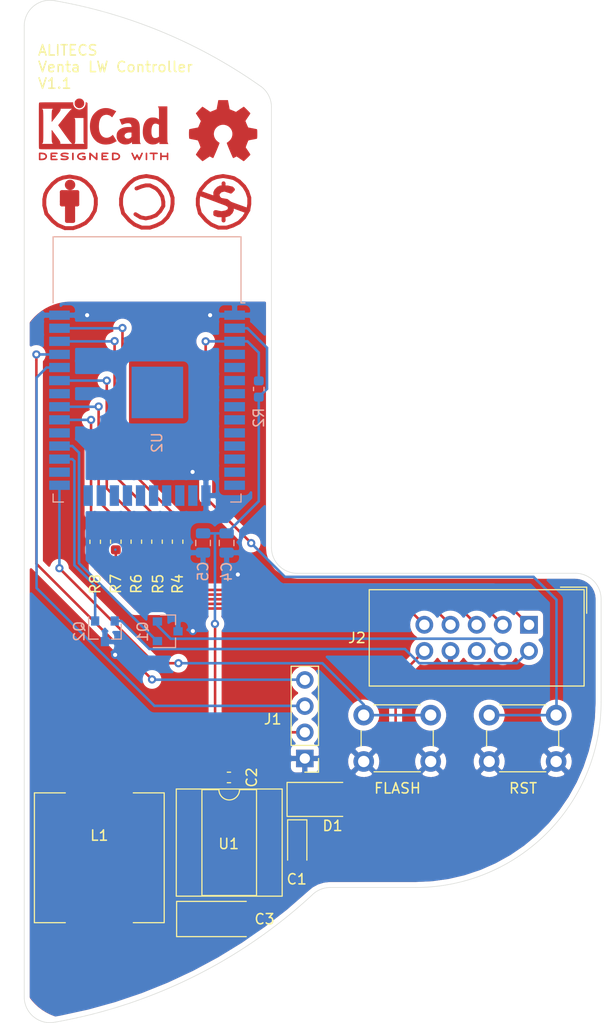
<source format=kicad_pcb>
(kicad_pcb (version 20171130) (host pcbnew 5.1.4-e60b266~84~ubuntu18.04.1)
  (layers (0 F.Cu signal) (31 B.Cu signal) (34 B.Paste user) (35 F.Paste user) (36 B.SilkS user) (37 F.SilkS user) (38 B.Mask user) (39 F.Mask user) (44 Edge.Cuts user))
  (net 0 "")
  (net 1 GND)
  (net 2 +24V)
  (net 3 "Net-(C2-Pad2)")
  (net 4 "Net-(C2-Pad1)")
  (net 5 +3.3V)
  (net 6 RST)
  (net 7 TXD)
  (net 8 RXD)
  (net 9 LED_POWER)
  (net 10 LED_LOW)
  (net 11 LED_MID)
  (net 12 LED_HIGH)
  (net 13 LED_ERROR)
  (net 14 BTN_COVER)
  (net 15 BTN_FANSPEED)
  (net 16 BTN_POWER)
  (net 17 FLASH)
  (net 18 "Net-(U1-Pad3)")
  (net 19 "Net-(U1-Pad2)")
  (net 20 "Net-(U1-Pad5)")
  (net 21 "Net-(U2-Pad4)")
  (net 22 "Net-(U2-Pad5)")
  (net 23 "Net-(U2-Pad6)")
  (net 24 "Net-(U2-Pad7)")
  (net 25 "Net-(U2-Pad11)")
  (net 26 "Net-(U2-Pad17)")
  (net 27 "Net-(U2-Pad18)")
  (net 28 "Net-(U2-Pad19)")
  (net 29 "Net-(U2-Pad20)")
  (net 30 "Net-(U2-Pad21)")
  (net 31 "Net-(U2-Pad22)")
  (net 32 GPIO16)
  (net 33 "Net-(U2-Pad32)")
  (net 34 "Net-(U2-Pad24)")
  (net 35 "Net-(U2-Pad12)")
  (net 36 "Net-(U2-Pad10)")
  (net 37 "Net-(U2-Pad9)")
  (net 38 "Net-(U2-Pad8)")
  (net 39 "Net-(U2-Pad29)")
  (net 40 "Net-(U2-Pad26)")
  (net 41 "Net-(U2-Pad23)")
  (net 42 "Net-(U2-Pad16)")
  (net 43 "Net-(U2-Pad14)")
  (net 44 "Net-(U2-Pad13)")
  (net 45 GPIO17)
  (net 46 GPIO23)
  (net 47 GPIO22)
  (net 48 GPIO21)
  (net 49 GPIO19)
  (net 50 GPIO18)
  (module RF_Module:ESP32-WROOM-32 (layer B.Cu) (at 136.4234 81.2038 180)
    (fp_text reference U2 (at -0.9652 -4.1148 270) (layer B.SilkS) (effects (justify mirror)))
    (fp_text value ESP32-WROOM-32)
    (pad 38 smd rect (at 8.5 8.255 180) (size 2 0.9) (layers B.Cu B.Paste B.Mask) (net 1 GND))
    (pad 37 smd rect (at 8.5 6.985 180) (size 2 0.9) (layers B.Cu B.Paste B.Mask) (net 46 GPIO23))
    (pad 36 smd rect (at 8.5 5.715 180) (size 2 0.9) (layers B.Cu B.Paste B.Mask) (net 47 GPIO22))
    (pad 35 smd rect (at 8.5 4.445 180) (size 2 0.9) (layers B.Cu B.Paste B.Mask) (net 7 TXD))
    (pad 34 smd rect (at 8.5 3.175 180) (size 2 0.9) (layers B.Cu B.Paste B.Mask) (net 8 RXD))
    (pad 33 smd rect (at 8.5 1.905 180) (size 2 0.9) (layers B.Cu B.Paste B.Mask) (net 48 GPIO21))
    (pad 32 smd rect (at 8.5 0.635 180) (size 2 0.9) (layers B.Cu B.Paste B.Mask) (net 33 "Net-(U2-Pad32)"))
    (pad 31 smd rect (at 8.5 -0.635 180) (size 2 0.9) (layers B.Cu B.Paste B.Mask) (net 49 GPIO19))
    (pad 30 smd rect (at 8.5 -1.905 180) (size 2 0.9) (layers B.Cu B.Paste B.Mask) (net 50 GPIO18))
    (pad 29 smd rect (at 8.5 -3.175 180) (size 2 0.9) (layers B.Cu B.Paste B.Mask) (net 39 "Net-(U2-Pad29)"))
    (pad 28 smd rect (at 8.5 -4.445 180) (size 2 0.9) (layers B.Cu B.Paste B.Mask) (net 45 GPIO17))
    (pad 27 smd rect (at 8.5 -5.715 180) (size 2 0.9) (layers B.Cu B.Paste B.Mask) (net 32 GPIO16))
    (pad 26 smd rect (at 8.5 -6.985 180) (size 2 0.9) (layers B.Cu B.Paste B.Mask) (net 40 "Net-(U2-Pad26)"))
    (pad 25 smd rect (at 8.5 -8.255 180) (size 2 0.9) (layers B.Cu B.Paste B.Mask) (net 17 FLASH))
    (pad 24 smd rect (at 5.715 -9.255 90) (size 2 0.9) (layers B.Cu B.Paste B.Mask) (net 34 "Net-(U2-Pad24)"))
    (pad 23 smd rect (at 4.445 -9.255 90) (size 2 0.9) (layers B.Cu B.Paste B.Mask) (net 41 "Net-(U2-Pad23)"))
    (pad 22 smd rect (at 3.175 -9.255 90) (size 2 0.9) (layers B.Cu B.Paste B.Mask) (net 31 "Net-(U2-Pad22)"))
    (pad 21 smd rect (at 1.905 -9.255 90) (size 2 0.9) (layers B.Cu B.Paste B.Mask) (net 30 "Net-(U2-Pad21)"))
    (pad 20 smd rect (at 0.635 -9.255 90) (size 2 0.9) (layers B.Cu B.Paste B.Mask) (net 29 "Net-(U2-Pad20)"))
    (pad 19 smd rect (at -0.635 -9.255 90) (size 2 0.9) (layers B.Cu B.Paste B.Mask) (net 28 "Net-(U2-Pad19)"))
    (pad 18 smd rect (at -1.905 -9.255 90) (size 2 0.9) (layers B.Cu B.Paste B.Mask) (net 27 "Net-(U2-Pad18)"))
    (pad 17 smd rect (at -3.175 -9.255 90) (size 2 0.9) (layers B.Cu B.Paste B.Mask) (net 26 "Net-(U2-Pad17)"))
    (pad 16 smd rect (at -4.445 -9.255 90) (size 2 0.9) (layers B.Cu B.Paste B.Mask) (net 42 "Net-(U2-Pad16)"))
    (pad 15 smd rect (at -5.715 -9.255 90) (size 2 0.9) (layers B.Cu B.Paste B.Mask) (net 1 GND))
    (pad 14 smd rect (at -8.5 -8.255 180) (size 2 0.9) (layers B.Cu B.Paste B.Mask) (net 43 "Net-(U2-Pad14)"))
    (pad 13 smd rect (at -8.5 -6.985 180) (size 2 0.9) (layers B.Cu B.Paste B.Mask) (net 44 "Net-(U2-Pad13)"))
    (pad 12 smd rect (at -8.5 -5.715 180) (size 2 0.9) (layers B.Cu B.Paste B.Mask) (net 35 "Net-(U2-Pad12)"))
    (pad 11 smd rect (at -8.5 -4.445 180) (size 2 0.9) (layers B.Cu B.Paste B.Mask) (net 25 "Net-(U2-Pad11)"))
    (pad 10 smd rect (at -8.5 -3.175 180) (size 2 0.9) (layers B.Cu B.Paste B.Mask) (net 36 "Net-(U2-Pad10)"))
    (pad 9 smd rect (at -8.5 -1.905 180) (size 2 0.9) (layers B.Cu B.Paste B.Mask) (net 37 "Net-(U2-Pad9)"))
    (pad 8 smd rect (at -8.5 -0.635 180) (size 2 0.9) (layers B.Cu B.Paste B.Mask) (net 38 "Net-(U2-Pad8)"))
    (pad 7 smd rect (at -8.5 0.635 180) (size 2 0.9) (layers B.Cu B.Paste B.Mask) (net 24 "Net-(U2-Pad7)"))
    (pad 6 smd rect (at -8.5 1.905 180) (size 2 0.9) (layers B.Cu B.Paste B.Mask) (net 23 "Net-(U2-Pad6)"))
    (pad 5 smd rect (at -8.5 3.175 180) (size 2 0.9) (layers B.Cu B.Paste B.Mask) (net 22 "Net-(U2-Pad5)"))
    (pad 4 smd rect (at -8.5 4.445 180) (size 2 0.9) (layers B.Cu B.Paste B.Mask) (net 21 "Net-(U2-Pad4)"))
    (pad 3 smd rect (at -8.5 5.715 180) (size 2 0.9) (layers B.Cu B.Paste B.Mask) (net 6 RST))
    (pad 2 smd rect (at -8.5 6.985 180) (size 2 0.9) (layers B.Cu B.Paste B.Mask) (net 5 +3.3V))
    (pad 1 smd rect (at -8.5 8.255 180) (size 2 0.9) (layers B.Cu B.Paste B.Mask) (net 1 GND))
    (pad 39 smd rect (at -1 0.755 180) (size 5 5) (layers B.Cu B.Paste B.Mask))
  )
  (module Symbol:Symbol_CC-ShareAlike_CopperTop_Small (layer F.Cu) (at 136.4 61.95)
    (fp_text reference REF** hide)
    (fp_text value Symbol_CC-ShareAlike_CopperTop_Small)
    (fp_line (start 0.59944 -2.4003) (end 0 -2.49936) (layer F.Cu) (width 0.381))
    (fp_line (start 1.00076 -2.30124) (end 0.59944 -2.4003) (layer F.Cu) (width 0.381))
    (fp_line (start 1.50114 -1.99898) (end 1.00076 -2.30124) (layer F.Cu) (width 0.381))
    (fp_line (start 1.99898 -1.50114) (end 1.50114 -1.99898) (layer F.Cu) (width 0.381))
    (fp_line (start 2.30124 -1.00076) (end 1.99898 -1.50114) (layer F.Cu) (width 0.381))
    (fp_line (start 2.49936 -0.39878) (end 2.30124 -1.00076) (layer F.Cu) (width 0.381))
    (fp_line (start 2.49936 0.20066) (end 2.49936 -0.39878) (layer F.Cu) (width 0.381))
    (fp_line (start 2.4003 0.8001) (end 2.49936 0.20066) (layer F.Cu) (width 0.381))
    (fp_line (start 1.99898 1.50114) (end 2.4003 0.8001) (layer F.Cu) (width 0.381))
    (fp_line (start 1.50114 1.99898) (end 1.99898 1.50114) (layer F.Cu) (width 0.381))
    (fp_line (start 0.89916 2.30124) (end 1.50114 1.99898) (layer F.Cu) (width 0.381))
    (fp_line (start 0.29972 2.49936) (end 0.89916 2.30124) (layer F.Cu) (width 0.381))
    (fp_line (start -0.50038 2.49936) (end 0.29972 2.49936) (layer F.Cu) (width 0.381))
    (fp_line (start -1.19888 2.19964) (end -0.50038 2.49936) (layer F.Cu) (width 0.381))
    (fp_line (start -1.69926 1.80086) (end -1.19888 2.19964) (layer F.Cu) (width 0.381))
    (fp_line (start -2.30124 1.09982) (end -1.69926 1.80086) (layer F.Cu) (width 0.381))
    (fp_line (start -2.49936 0.29972) (end -2.30124 1.09982) (layer F.Cu) (width 0.381))
    (fp_line (start -2.49936 -0.29972) (end -2.49936 0.29972) (layer F.Cu) (width 0.381))
    (fp_line (start -2.4003 -0.8001) (end -2.49936 -0.29972) (layer F.Cu) (width 0.381))
    (fp_line (start -2.19964 -1.19888) (end -2.4003 -0.8001) (layer F.Cu) (width 0.381))
    (fp_line (start -1.69926 -1.80086) (end -2.19964 -1.19888) (layer F.Cu) (width 0.381))
    (fp_line (start -1.19888 -2.19964) (end -1.69926 -1.80086) (layer F.Cu) (width 0.381))
    (fp_line (start -0.70104 -2.4003) (end -1.19888 -2.19964) (layer F.Cu) (width 0.381))
    (fp_line (start -0.09906 -2.49936) (end -0.70104 -2.4003) (layer F.Cu) (width 0.381))
    (fp_line (start 0 -2.49936) (end -0.09906 -2.49936) (layer F.Cu) (width 0.381))
    (fp_line (start -0.50038 -1.50114) (end -1.00076 -1.30048) (layer F.Cu) (width 0.381))
    (fp_line (start -0.09906 -1.6002) (end -0.50038 -1.50114) (layer F.Cu) (width 0.381))
    (fp_line (start 0.29972 -1.6002) (end -0.09906 -1.6002) (layer F.Cu) (width 0.381))
    (fp_line (start 0.89916 -1.30048) (end 0.29972 -1.6002) (layer F.Cu) (width 0.381))
    (fp_line (start 1.19888 -1.00076) (end 0.89916 -1.30048) (layer F.Cu) (width 0.381))
    (fp_line (start 1.50114 -0.50038) (end 1.19888 -1.00076) (layer F.Cu) (width 0.381))
    (fp_line (start 1.6002 0) (end 1.50114 -0.50038) (layer F.Cu) (width 0.381))
    (fp_line (start 1.6002 0.39878) (end 1.6002 0) (layer F.Cu) (width 0.381))
    (fp_line (start 1.30048 0.89916) (end 1.6002 0.39878) (layer F.Cu) (width 0.381))
    (fp_line (start 0.89916 1.30048) (end 1.30048 0.89916) (layer F.Cu) (width 0.381))
    (fp_line (start 0.39878 1.50114) (end 0.89916 1.30048) (layer F.Cu) (width 0.381))
    (fp_line (start -0.09906 1.6002) (end 0.39878 1.50114) (layer F.Cu) (width 0.381))
    (fp_line (start -0.59944 1.50114) (end -0.09906 1.6002) (layer F.Cu) (width 0.381))
    (fp_line (start -1.09982 1.19888) (end -0.59944 1.50114) (layer F.Cu) (width 0.381))
  )
  (module Symbol:Symbol_CC-Attribution_CopperTop_Small (layer F.Cu) (at 128.95 62)
    (fp_text reference REF** hide)
    (fp_text value Symbol_CC-Attribution_CopperTop_Small)
    (fp_line (start 0.59944 -2.4003) (end 0 -2.49936) (layer F.Cu) (width 0.381))
    (fp_line (start 1.00076 -2.30124) (end 0.59944 -2.4003) (layer F.Cu) (width 0.381))
    (fp_line (start 1.50114 -1.99898) (end 1.00076 -2.30124) (layer F.Cu) (width 0.381))
    (fp_line (start 1.99898 -1.50114) (end 1.50114 -1.99898) (layer F.Cu) (width 0.381))
    (fp_line (start 2.30124 -1.00076) (end 1.99898 -1.50114) (layer F.Cu) (width 0.381))
    (fp_line (start 2.49936 -0.39878) (end 2.30124 -1.00076) (layer F.Cu) (width 0.381))
    (fp_line (start 2.49936 0.20066) (end 2.49936 -0.39878) (layer F.Cu) (width 0.381))
    (fp_line (start 2.4003 0.8001) (end 2.49936 0.20066) (layer F.Cu) (width 0.381))
    (fp_line (start 1.99898 1.50114) (end 2.4003 0.8001) (layer F.Cu) (width 0.381))
    (fp_line (start 1.50114 1.99898) (end 1.99898 1.50114) (layer F.Cu) (width 0.381))
    (fp_line (start 0.89916 2.30124) (end 1.50114 1.99898) (layer F.Cu) (width 0.381))
    (fp_line (start 0.29972 2.49936) (end 0.89916 2.30124) (layer F.Cu) (width 0.381))
    (fp_line (start -0.50038 2.49936) (end 0.29972 2.49936) (layer F.Cu) (width 0.381))
    (fp_line (start -1.19888 2.19964) (end -0.50038 2.49936) (layer F.Cu) (width 0.381))
    (fp_line (start -1.69926 1.80086) (end -1.19888 2.19964) (layer F.Cu) (width 0.381))
    (fp_line (start -2.30124 1.09982) (end -1.69926 1.80086) (layer F.Cu) (width 0.381))
    (fp_line (start -2.49936 0.29972) (end -2.30124 1.09982) (layer F.Cu) (width 0.381))
    (fp_line (start -2.49936 -0.29972) (end -2.49936 0.29972) (layer F.Cu) (width 0.381))
    (fp_line (start -2.4003 -0.8001) (end -2.49936 -0.29972) (layer F.Cu) (width 0.381))
    (fp_line (start -2.19964 -1.19888) (end -2.4003 -0.8001) (layer F.Cu) (width 0.381))
    (fp_line (start -1.69926 -1.80086) (end -2.19964 -1.19888) (layer F.Cu) (width 0.381))
    (fp_line (start -1.19888 -2.19964) (end -1.69926 -1.80086) (layer F.Cu) (width 0.381))
    (fp_line (start -0.70104 -2.4003) (end -1.19888 -2.19964) (layer F.Cu) (width 0.381))
    (fp_line (start -0.09906 -2.49936) (end -0.70104 -2.4003) (layer F.Cu) (width 0.381))
    (fp_line (start 0 -2.49936) (end -0.09906 -2.49936) (layer F.Cu) (width 0.381))
    (fp_circle (center 0 -1.69926) (end 0.09906 -1.39954) (layer F.Cu) (width 0.381))
    (fp_line (start -0.8001 0.20066) (end -0.8001 -1.00076) (layer F.Cu) (width 0.381))
    (fp_line (start 0.70104 0.20066) (end -0.8001 0.20066) (layer F.Cu) (width 0.381))
    (fp_line (start 0.70104 -1.00076) (end 0.70104 0.20066) (layer F.Cu) (width 0.381))
    (fp_line (start -0.8001 -1.00076) (end 0.70104 -1.00076) (layer F.Cu) (width 0.381))
    (fp_line (start -0.29972 1.80086) (end 0.20066 1.80086) (layer F.Cu) (width 0.381))
    (fp_line (start -0.29972 0.29972) (end -0.29972 1.80086) (layer F.Cu) (width 0.381))
    (fp_line (start 0.29972 1.80086) (end 0.29972 0.20066) (layer F.Cu) (width 0.381))
    (fp_line (start 0.09906 1.80086) (end 0.29972 1.80086) (layer F.Cu) (width 0.381))
    (fp_line (start 0 0.29972) (end 0 1.6002) (layer F.Cu) (width 0.381))
    (fp_line (start -0.8001 -0.09906) (end 0.50038 -0.09906) (layer F.Cu) (width 0.381))
    (fp_line (start 0.50038 -0.39878) (end -0.70104 -0.39878) (layer F.Cu) (width 0.381))
    (fp_line (start -0.70104 -0.70104) (end 0.59944 -0.70104) (layer F.Cu) (width 0.381))
    (fp_line (start 0 -1.89992) (end 0 -1.50114) (layer F.Cu) (width 0.381))
  )
  (module Symbol:Symbol_CC-Noncommercial_CopperTop_Small (layer F.Cu) (at 143.85 61.95)
    (fp_text reference REF** hide)
    (fp_text value Symbol_CC-Noncommercial_CopperTop_Small)
    (fp_line (start 0.59944 -2.4003) (end 0 -2.49936) (layer F.Cu) (width 0.381))
    (fp_line (start 1.00076 -2.30124) (end 0.59944 -2.4003) (layer F.Cu) (width 0.381))
    (fp_line (start 1.50114 -1.99898) (end 1.00076 -2.30124) (layer F.Cu) (width 0.381))
    (fp_line (start 1.99898 -1.50114) (end 1.50114 -1.99898) (layer F.Cu) (width 0.381))
    (fp_line (start 2.30124 -1.00076) (end 1.99898 -1.50114) (layer F.Cu) (width 0.381))
    (fp_line (start 2.49936 -0.39878) (end 2.30124 -1.00076) (layer F.Cu) (width 0.381))
    (fp_line (start 2.49936 0.20066) (end 2.49936 -0.39878) (layer F.Cu) (width 0.381))
    (fp_line (start 2.4003 0.8001) (end 2.49936 0.20066) (layer F.Cu) (width 0.381))
    (fp_line (start 1.99898 1.50114) (end 2.4003 0.8001) (layer F.Cu) (width 0.381))
    (fp_line (start 1.50114 1.99898) (end 1.99898 1.50114) (layer F.Cu) (width 0.381))
    (fp_line (start 0.89916 2.30124) (end 1.50114 1.99898) (layer F.Cu) (width 0.381))
    (fp_line (start 0.29972 2.49936) (end 0.89916 2.30124) (layer F.Cu) (width 0.381))
    (fp_line (start -0.50038 2.49936) (end 0.29972 2.49936) (layer F.Cu) (width 0.381))
    (fp_line (start -1.19888 2.19964) (end -0.50038 2.49936) (layer F.Cu) (width 0.381))
    (fp_line (start -1.69926 1.80086) (end -1.19888 2.19964) (layer F.Cu) (width 0.381))
    (fp_line (start -2.30124 1.09982) (end -1.69926 1.80086) (layer F.Cu) (width 0.381))
    (fp_line (start -2.49936 0.29972) (end -2.30124 1.09982) (layer F.Cu) (width 0.381))
    (fp_line (start -2.49936 -0.29972) (end -2.49936 0.29972) (layer F.Cu) (width 0.381))
    (fp_line (start -2.4003 -0.8001) (end -2.49936 -0.29972) (layer F.Cu) (width 0.381))
    (fp_line (start -2.19964 -1.19888) (end -2.4003 -0.8001) (layer F.Cu) (width 0.381))
    (fp_line (start -1.69926 -1.80086) (end -2.19964 -1.19888) (layer F.Cu) (width 0.381))
    (fp_line (start -1.19888 -2.19964) (end -1.69926 -1.80086) (layer F.Cu) (width 0.381))
    (fp_line (start -0.70104 -2.4003) (end -1.19888 -2.19964) (layer F.Cu) (width 0.381))
    (fp_line (start -0.09906 -2.49936) (end -0.70104 -2.4003) (layer F.Cu) (width 0.381))
    (fp_line (start 0 -2.49936) (end -0.09906 -2.49936) (layer F.Cu) (width 0.381))
    (fp_line (start 0.70104 -1.00076) (end 0.89916 -1.19888) (layer F.Cu) (width 0.381))
    (fp_line (start 0.39878 -1.09982) (end 0.70104 -1.00076) (layer F.Cu) (width 0.381))
    (fp_line (start 0.09906 -1.19888) (end 0.39878 -1.09982) (layer F.Cu) (width 0.381))
    (fp_line (start -0.29972 -1.09982) (end 0.09906 -1.19888) (layer F.Cu) (width 0.381))
    (fp_line (start -0.50038 -0.89916) (end -0.29972 -1.09982) (layer F.Cu) (width 0.381))
    (fp_line (start -0.59944 -0.70104) (end -0.50038 -0.89916) (layer F.Cu) (width 0.381))
    (fp_line (start -0.50038 -0.39878) (end -0.59944 -0.70104) (layer F.Cu) (width 0.381))
    (fp_line (start -0.29972 -0.20066) (end -0.50038 -0.39878) (layer F.Cu) (width 0.381))
    (fp_line (start 0.29972 -0.09906) (end -0.29972 -0.20066) (layer F.Cu) (width 0.381))
    (fp_line (start 0.70104 0.20066) (end 0.29972 -0.09906) (layer F.Cu) (width 0.381))
    (fp_line (start 0.8001 0.50038) (end 0.70104 0.20066) (layer F.Cu) (width 0.381))
    (fp_line (start 0.8001 0.8001) (end 0.8001 0.50038) (layer F.Cu) (width 0.381))
    (fp_line (start 0.70104 1.00076) (end 0.8001 0.8001) (layer F.Cu) (width 0.381))
    (fp_line (start 0.50038 1.19888) (end 0.70104 1.00076) (layer F.Cu) (width 0.381))
    (fp_line (start 0.20066 1.30048) (end 0.50038 1.19888) (layer F.Cu) (width 0.381))
    (fp_line (start -0.50038 1.30048) (end 0.20066 1.30048) (layer F.Cu) (width 0.381))
    (fp_line (start -0.8001 1.19888) (end -0.50038 1.30048) (layer F.Cu) (width 0.381))
    (fp_line (start -0.8001 1.00076) (end -0.8001 1.19888) (layer F.Cu) (width 0.381))
    (fp_line (start -0.70104 1.00076) (end -0.8001 1.00076) (layer F.Cu) (width 0.381))
    (fp_line (start -0.20066 1.09982) (end -0.70104 1.00076) (layer F.Cu) (width 0.381))
    (fp_line (start 0.29972 1.00076) (end -0.20066 1.09982) (layer F.Cu) (width 0.381))
    (fp_line (start 0.59944 0.8001) (end 0.29972 1.00076) (layer F.Cu) (width 0.381))
    (fp_line (start 0.59944 0.39878) (end 0.59944 0.8001) (layer F.Cu) (width 0.381))
    (fp_line (start 0.29972 0.20066) (end 0.59944 0.39878) (layer F.Cu) (width 0.381))
    (fp_line (start -0.50038 -0.09906) (end 0.29972 0.20066) (layer F.Cu) (width 0.381))
    (fp_line (start -0.70104 -0.29972) (end -0.50038 -0.09906) (layer F.Cu) (width 0.381))
    (fp_line (start -0.8001 -0.59944) (end -0.70104 -0.29972) (layer F.Cu) (width 0.381))
    (fp_line (start -0.8001 -0.89916) (end -0.8001 -0.59944) (layer F.Cu) (width 0.381))
    (fp_line (start -0.70104 -1.09982) (end -0.8001 -0.89916) (layer F.Cu) (width 0.381))
    (fp_line (start -0.50038 -1.30048) (end -0.70104 -1.09982) (layer F.Cu) (width 0.381))
    (fp_line (start -0.29972 -1.39954) (end -0.50038 -1.30048) (layer F.Cu) (width 0.381))
    (fp_line (start 0.39878 -1.39954) (end -0.29972 -1.39954) (layer F.Cu) (width 0.381))
    (fp_line (start 0.8001 -1.30048) (end 0.39878 -1.39954) (layer F.Cu) (width 0.381))
    (fp_line (start 0.89916 -1.19888) (end 0.8001 -1.30048) (layer F.Cu) (width 0.381))
    (fp_line (start -2.30124 -0.89916) (end 2.4003 0.8001) (layer F.Cu) (width 0.381))
    (fp_line (start -2.4003 -0.8001) (end 2.19964 0.89916) (layer F.Cu) (width 0.381))
    (fp_line (start 0 -1.50114) (end 0 -1.80086) (layer F.Cu) (width 0.381))
    (fp_line (start 0 1.80086) (end 0 1.69926) (layer F.Cu) (width 0.381))
    (fp_line (start 0 1.30048) (end 0 1.80086) (layer F.Cu) (width 0.381))
  )
  (module Symbol:OSHW-Symbol_6.7x6mm_Copper (layer F.Cu) (at 143.8 55.05)
    (fp_text reference REF** hide)
    (fp_text value OSHW-Symbol_6.7x6mm_Copper hide)
    (fp_poly (pts (xy 0.555814 -2.531069) (xy 0.639635 -2.086445) (xy 0.94892 -1.958947) (xy 1.258206 -1.831449) (xy 1.629246 -2.083754) (xy 1.733157 -2.154004) (xy 1.827087 -2.216728) (xy 1.906652 -2.269062) (xy 1.96747 -2.308143) (xy 2.005157 -2.331107) (xy 2.015421 -2.336058) (xy 2.03391 -2.323324) (xy 2.07342 -2.288118) (xy 2.129522 -2.234938) (xy 2.197787 -2.168282) (xy 2.273786 -2.092646) (xy 2.353092 -2.012528) (xy 2.431275 -1.932426) (xy 2.503907 -1.856836) (xy 2.566559 -1.790255) (xy 2.614803 -1.737182) (xy 2.64421 -1.702113) (xy 2.651241 -1.690377) (xy 2.641123 -1.66874) (xy 2.612759 -1.621338) (xy 2.569129 -1.552807) (xy 2.513218 -1.467785) (xy 2.448006 -1.370907) (xy 2.410219 -1.31565) (xy 2.341343 -1.214752) (xy 2.28014 -1.123701) (xy 2.229578 -1.04703) (xy 2.192628 -0.989272) (xy 2.172258 -0.954957) (xy 2.169197 -0.947746) (xy 2.176136 -0.927252) (xy 2.195051 -0.879487) (xy 2.223087 -0.811168) (xy 2.257391 -0.729011) (xy 2.295109 -0.63973) (xy 2.333387 -0.550042) (xy 2.36937 -0.466662) (xy 2.400206 -0.396306) (xy 2.423039 -0.34569) (xy 2.435017 -0.321529) (xy 2.435724 -0.320578) (xy 2.454531 -0.315964) (xy 2.504618 -0.305672) (xy 2.580793 -0.290713) (xy 2.677865 -0.272099) (xy 2.790643 -0.250841) (xy 2.856442 -0.238582) (xy 2.97695 -0.215638) (xy 3.085797 -0.193805) (xy 3.177476 -0.174278) (xy 3.246481 -0.158252) (xy 3.287304 -0.146921) (xy 3.295511 -0.143326) (xy 3.303548 -0.118994) (xy 3.310033 -0.064041) (xy 3.31497 0.015108) (xy 3.318364 0.112026) (xy 3.320218 0.220287) (xy 3.320538 0.333465) (xy 3.319327 0.445135) (xy 3.31659 0.548868) (xy 3.312331 0.638241) (xy 3.306555 0.706826) (xy 3.299267 0.748197) (xy 3.294895 0.75681) (xy 3.268764 0.767133) (xy 3.213393 0.781892) (xy 3.136107 0.799352) (xy 3.04423 0.81778) (xy 3.012158 0.823741) (xy 2.857524 0.852066) (xy 2.735375 0.874876) (xy 2.641673 0.89308) (xy 2.572384 0.907583) (xy 2.523471 0.919292) (xy 2.490897 0.929115) (xy 2.470628 0.937956) (xy 2.458626 0.946724) (xy 2.456947 0.948457) (xy 2.440184 0.976371) (xy 2.414614 1.030695) (xy 2.382788 1.104777) (xy 2.34726 1.191965) (xy 2.310583 1.285608) (xy 2.275311 1.379052) (xy 2.243996 1.465647) (xy 2.219193 1.53874) (xy 2.203454 1.591678) (xy 2.199332 1.617811) (xy 2.199676 1.618726) (xy 2.213641 1.640086) (xy 2.245322 1.687084) (xy 2.291391 1.754827) (xy 2.348518 1.838423) (xy 2.413373 1.932982) (xy 2.431843 1.959854) (xy 2.497699 2.057275) (xy 2.55565 2.146163) (xy 2.602538 2.221412) (xy 2.635207 2.27792) (xy 2.6505 2.310581) (xy 2.651241 2.314593) (xy 2.638392 2.335684) (xy 2.602888 2.377464) (xy 2.549293 2.435445) (xy 2.482171 2.505135) (xy 2.406087 2.582045) (xy 2.325604 2.661683) (xy 2.245287 2.739561) (xy 2.169699 2.811186) (xy 2.103405 2.87207) (xy 2.050969 2.917721) (xy 2.016955 2.94365) (xy 2.007545 2.947883) (xy 1.985643 2.937912) (xy 1.9408 2.91102) (xy 1.880321 2.871736) (xy 1.833789 2.840117) (xy 1.749475 2.782098) (xy 1.649626 2.713784) (xy 1.549473 2.645579) (xy 1.495627 2.609075) (xy 1.313371 2.4858) (xy 1.160381 2.56852) (xy 1.090682 2.604759) (xy 1.031414 2.632926) (xy 0.991311 2.648991) (xy 0.981103 2.651226) (xy 0.968829 2.634722) (xy 0.944613 2.588082) (xy 0.910263 2.515609) (xy 0.867588 2.421606) (xy 0.818394 2.310374) (xy 0.76449 2.186215) (xy 0.707684 2.053432) (xy 0.649782 1.916327) (xy 0.592593 1.779202) (xy 0.537924 1.646358) (xy 0.487584 1.522098) (xy 0.44338 1.410725) (xy 0.407119 1.316539) (xy 0.380609 1.243844) (xy 0.365658 1.196941) (xy 0.363254 1.180833) (xy 0.382311 1.160286) (xy 0.424036 1.126933) (xy 0.479706 1.087702) (xy 0.484378 1.084599) (xy 0.628264 0.969423) (xy 0.744283 0.835053) (xy 0.83143 0.685784) (xy 0.888699 0.525913) (xy 0.915086 0.359737) (xy 0.909585 0.191552) (xy 0.87119 0.025655) (xy 0.798895 -0.133658) (xy 0.777626 -0.168513) (xy 0.666996 -0.309263) (xy 0.536302 -0.422286) (xy 0.390064 -0.506997) (xy 0.232808 -0.562806) (xy 0.069057 -0.589126) (xy -0.096667 -0.58537) (xy -0.259838 -0.55095) (xy -0.415935 -0.485277) (xy -0.560433 -0.387765) (xy -0.605131 -0.348187) (xy -0.718888 -0.224297) (xy -0.801782 -0.093876) (xy -0.858644 0.052315) (xy -0.890313 0.197088) (xy -0.898131 0.35986) (xy -0.872062 0.52344) (xy -0.814755 0.682298) (xy -0.728856 0.830906) (xy -0.617014 0.963735) (xy -0.481877 1.075256) (xy -0.464117 1.087011) (xy -0.40785 1.125508) (xy -0.365077 1.158863) (xy -0.344628 1.18016) (xy -0.344331 1.180833) (xy -0.348721 1.203871) (xy -0.366124 1.256157) (xy -0.394732 1.33339) (xy -0.432735 1.431268) (xy -0.478326 1.545491) (xy -0.529697 1.671758) (xy -0.585038 1.805767) (xy -0.642542 1.943218) (xy -0.700399 2.079808) (xy -0.756802 2.211237) (xy -0.809942 2.333205) (xy -0.85801 2.441409) (xy -0.899199 2.531549) (xy -0.931699 2.599323) (xy -0.953703 2.64043) (xy -0.962564 2.651226) (xy -0.98964 2.642819) (xy -1.040303 2.620272) (xy -1.105817 2.587613) (xy -1.141841 2.56852) (xy -1.294832 2.4858) (xy -1.477088 2.609075) (xy -1.570125 2.672228) (xy -1.671985 2.741727) (xy -1.767438 2.807165) (xy -1.81525 2.840117) (xy -1.882495 2.885273) (xy -1.939436 2.921057) (xy -1.978646 2.942938) (xy -1.991381 2.947563) (xy -2.009917 2.935085) (xy -2.050941 2.900252) (xy -2.110475 2.846678) (xy -2.184542 2.777983) (xy -2.269165 2.697781) (xy -2.322685 2.646286) (xy -2.416319 2.554286) (xy -2.497241 2.471999) (xy -2.562177 2.402945) (xy -2.607858 2.350644) (xy -2.631011 2.318616) (xy -2.633232 2.312116) (xy -2.622924 2.287394) (xy -2.594439 2.237405) (xy -2.550937 2.167212) (xy -2.495577 2.081875) (xy -2.43152 1.986456) (xy -2.413303 1.959854) (xy -2.346927 1.863167) (xy -2.287378 1.776117) (xy -2.237984 1.703595) (xy -2.202075 1.650493) (xy -2.182981 1.621703) (xy -2.181136 1.618726) (xy -2.183895 1.595782) (xy -2.198538 1.545336) (xy -2.222513 1.474041) (xy -2.253266 1.388547) (xy -2.288244 1.295507) (xy -2.324893 1.201574) (xy -2.360661 1.113399) (xy -2.392994 1.037634) (xy -2.419338 0.980931) (xy -2.437142 0.949943) (xy -2.438407 0.948457) (xy -2.449294 0.939601) (xy -2.467682 0.930843) (xy -2.497606 0.921277) (xy -2.543103 0.909996) (xy -2.608209 0.896093) (xy -2.696961 0.878663) (xy -2.813393 0.856798) (xy -2.961542 0.829591) (xy -2.993618 0.823741) (xy -3.088686 0.805374) (xy -3.171565 0.787405) (xy -3.23493 0.771569) (xy -3.271458 0.7596) (xy -3.276356 0.75681) (xy -3.284427 0.732072) (xy -3.290987 0.67679) (xy -3.296033 0.597389) (xy -3.299559 0.500296) (xy -3.301561 0.391938) (xy -3.302036 0.27874) (xy -3.300977 0.167128) (xy -3.298382 0.063529) (xy -3.294246 -0.025632) (xy -3.288563 -0.093928) (xy -3.281331 -0.134934) (xy -3.276971 -0.143326) (xy -3.252698 -0.151792) (xy -3.197426 -0.165565) (xy -3.116662 -0.18345) (xy -3.015912 -0.204252) (xy -2.900683 -0.226777) (xy -2.837902 -0.238582) (xy -2.718787 -0.260849) (xy -2.612565 -0.281021) (xy -2.524427 -0.298085) (xy -2.459566 -0.311031) (xy -2.423174 -0.318845) (xy -2.417184 -0.320578) (xy -2.407061 -0.34011) (xy -2.385662 -0.387157) (xy -2.355839 -0.454997) (xy -2.320445 -0.536909) (xy -2.282332 -0.626172) (xy -2.244353 -0.716065) (xy -2.20936 -0.799865) (xy -2.180206 -0.870853) (xy -2.159743 -0.922306) (xy -2.150823 -0.947503) (xy -2.150657 -0.948604) (xy -2.160769 -0.968481) (xy -2.189117 -1.014223) (xy -2.232723 -1.081283) (xy -2.288606 -1.165116) (xy -2.353787 -1.261174) (xy -2.391679 -1.31635) (xy -2.460725 -1.417519) (xy -2.52205 -1.50937) (xy -2.572663 -1.587256) (xy -2.609571 -1.646531) (xy -2.629782 -1.682549) (xy -2.632701 -1.690623) (xy -2.620153 -1.709416) (xy -2.585463 -1.749543) (xy -2.533063 -1.806507) (xy -2.467384 -1.875815) (xy -2.392856 -1.952969) (xy -2.313913 -2.033475) (xy -2.234983 -2.112837) (xy -2.1605 -2.18656) (xy -2.094894 -2.250148) (xy -2.042596 -2.299106) (xy -2.008039 -2.328939) (xy -1.996478 -2.336058) (xy -1.977654 -2.326047) (xy -1.932631 -2.297922) (xy -1.865787 -2.254546) (xy -1.781499 -2.198782) (xy -1.684144 -2.133494) (xy -1.610707 -2.083754) (xy -1.239667 -1.831449) (xy -0.621095 -2.086445) (xy -0.537275 -2.531069) (xy -0.453454 -2.975693) (xy 0.471994 -2.975693) (xy 0.555814 -2.531069)) (layer F.Cu) (width 0.01))
  )
  (module Symbol:KiCad-Logo2_5mm_Copper (layer F.Cu) (at 132.2 54.9)
    (fp_text reference REF** hide)
    (fp_text value KiCad-Logo2_5mm_Copper hide)
    (fp_poly (pts (xy 6.228823 2.274533) (xy 6.260202 2.296776) (xy 6.287911 2.324485) (xy 6.287911 2.63392) (xy 6.287838 2.725799) (xy 6.287495 2.79784) (xy 6.286692 2.85278) (xy 6.285241 2.89336) (xy 6.282952 2.922317) (xy 6.279636 2.942391) (xy 6.275105 2.956321) (xy 6.269169 2.966845) (xy 6.264514 2.9731) (xy 6.233783 2.997673) (xy 6.198496 3.000341) (xy 6.166245 2.985271) (xy 6.155588 2.976374) (xy 6.148464 2.964557) (xy 6.144167 2.945526) (xy 6.141991 2.914992) (xy 6.141228 2.868662) (xy 6.141155 2.832871) (xy 6.141155 2.698045) (xy 5.644444 2.698045) (xy 5.644444 2.8207) (xy 5.643931 2.876787) (xy 5.641876 2.915333) (xy 5.637508 2.941361) (xy 5.630056 2.959897) (xy 5.621047 2.9731) (xy 5.590144 2.997604) (xy 5.555196 3.000506) (xy 5.521738 2.983089) (xy 5.512604 2.973959) (xy 5.506152 2.961855) (xy 5.501897 2.943001) (xy 5.499352 2.91362) (xy 5.498029 2.869937) (xy 5.497443 2.808175) (xy 5.497375 2.794) (xy 5.496891 2.677631) (xy 5.496641 2.581727) (xy 5.496723 2.504177) (xy 5.497231 2.442869) (xy 5.498262 2.39569) (xy 5.499913 2.36053) (xy 5.502279 2.335276) (xy 5.505457 2.317817) (xy 5.509544 2.306041) (xy 5.514634 2.297835) (xy 5.520266 2.291645) (xy 5.552128 2.271844) (xy 5.585357 2.274533) (xy 5.616735 2.296776) (xy 5.629433 2.311126) (xy 5.637526 2.326978) (xy 5.642042 2.349554) (xy 5.644006 2.384078) (xy 5.644444 2.435776) (xy 5.644444 2.551289) (xy 6.141155 2.551289) (xy 6.141155 2.432756) (xy 6.141662 2.378148) (xy 6.143698 2.341275) (xy 6.148035 2.317307) (xy 6.155447 2.301415) (xy 6.163733 2.291645) (xy 6.195594 2.271844) (xy 6.228823 2.274533)) (layer F.Cu) (width 0.01))
    (fp_poly (pts (xy 4.963065 2.269163) (xy 5.041772 2.269542) (xy 5.102863 2.270333) (xy 5.148817 2.27167) (xy 5.182114 2.273683) (xy 5.205236 2.276506) (xy 5.220662 2.280269) (xy 5.230871 2.285105) (xy 5.235813 2.288822) (xy 5.261457 2.321358) (xy 5.264559 2.355138) (xy 5.248711 2.385826) (xy 5.238348 2.398089) (xy 5.227196 2.40645) (xy 5.211035 2.411657) (xy 5.185642 2.414457) (xy 5.146798 2.415596) (xy 5.09028 2.415821) (xy 5.07918 2.415822) (xy 4.933244 2.415822) (xy 4.933244 2.686756) (xy 4.933148 2.772154) (xy 4.932711 2.837864) (xy 4.931712 2.886774) (xy 4.929928 2.921773) (xy 4.927137 2.945749) (xy 4.923117 2.961593) (xy 4.917645 2.972191) (xy 4.910666 2.980267) (xy 4.877734 3.000112) (xy 4.843354 2.998548) (xy 4.812176 2.975906) (xy 4.809886 2.9731) (xy 4.802429 2.962492) (xy 4.796747 2.950081) (xy 4.792601 2.93285) (xy 4.78975 2.907784) (xy 4.787954 2.871867) (xy 4.786972 2.822083) (xy 4.786564 2.755417) (xy 4.786489 2.679589) (xy 4.786489 2.415822) (xy 4.647127 2.415822) (xy 4.587322 2.415418) (xy 4.545918 2.41384) (xy 4.518748 2.410547) (xy 4.501646 2.404992) (xy 4.490443 2.396631) (xy 4.489083 2.395178) (xy 4.472725 2.361939) (xy 4.474172 2.324362) (xy 4.492978 2.291645) (xy 4.50025 2.285298) (xy 4.509627 2.280266) (xy 4.523609 2.276396) (xy 4.544696 2.273537) (xy 4.575389 2.271535) (xy 4.618189 2.270239) (xy 4.675595 2.269498) (xy 4.75011 2.269158) (xy 4.844233 2.269068) (xy 4.86426 2.269067) (xy 4.963065 2.269163)) (layer F.Cu) (width 0.01))
    (fp_poly (pts (xy 4.188614 2.275877) (xy 4.212327 2.290647) (xy 4.238978 2.312227) (xy 4.238978 2.633773) (xy 4.238893 2.72783) (xy 4.238529 2.801932) (xy 4.237724 2.858704) (xy 4.236313 2.900768) (xy 4.234133 2.930748) (xy 4.231021 2.951267) (xy 4.226814 2.964949) (xy 4.221348 2.974416) (xy 4.217472 2.979082) (xy 4.186034 2.999575) (xy 4.150233 2.998739) (xy 4.118873 2.981264) (xy 4.092222 2.959684) (xy 4.092222 2.312227) (xy 4.118873 2.290647) (xy 4.144594 2.274949) (xy 4.1656 2.269067) (xy 4.188614 2.275877)) (layer F.Cu) (width 0.01))
    (fp_poly (pts (xy 3.744665 2.271034) (xy 3.764255 2.278035) (xy 3.76501 2.278377) (xy 3.791613 2.298678) (xy 3.80627 2.319561) (xy 3.809138 2.329352) (xy 3.808996 2.342361) (xy 3.804961 2.360895) (xy 3.796146 2.387257) (xy 3.781669 2.423752) (xy 3.760645 2.472687) (xy 3.732188 2.536365) (xy 3.695415 2.617093) (xy 3.675175 2.661216) (xy 3.638625 2.739985) (xy 3.604315 2.812423) (xy 3.573552 2.87588) (xy 3.547648 2.927708) (xy 3.52791 2.965259) (xy 3.51565 2.985884) (xy 3.513224 2.988733) (xy 3.482183 3.001302) (xy 3.447121 2.999619) (xy 3.419 2.984332) (xy 3.417854 2.983089) (xy 3.406668 2.966154) (xy 3.387904 2.93317) (xy 3.363875 2.88838) (xy 3.336897 2.836032) (xy 3.327201 2.816742) (xy 3.254014 2.67015) (xy 3.17424 2.829393) (xy 3.145767 2.884415) (xy 3.11935 2.932132) (xy 3.097148 2.968893) (xy 3.081319 2.991044) (xy 3.075954 2.995741) (xy 3.034257 3.002102) (xy 2.999849 2.988733) (xy 2.989728 2.974446) (xy 2.972214 2.942692) (xy 2.948735 2.896597) (xy 2.92072 2.839285) (xy 2.889599 2.77388) (xy 2.856799 2.703507) (xy 2.82375 2.631291) (xy 2.791881 2.560355) (xy 2.762619 2.493825) (xy 2.737395 2.434826) (xy 2.717636 2.386481) (xy 2.704772 2.351915) (xy 2.700231 2.334253) (xy 2.700277 2.333613) (xy 2.711326 2.311388) (xy 2.73341 2.288753) (xy 2.73471 2.287768) (xy 2.761853 2.272425) (xy 2.786958 2.272574) (xy 2.796368 2.275466) (xy 2.807834 2.281718) (xy 2.82001 2.294014) (xy 2.834357 2.314908) (xy 2.852336 2.346949) (xy 2.875407 2.392688) (xy 2.90503 2.454677) (xy 2.931745 2.511898) (xy 2.96248 2.578226) (xy 2.990021 2.637874) (xy 3.012938 2.687725) (xy 3.029798 2.724664) (xy 3.039173 2.745573) (xy 3.04054 2.748845) (xy 3.046689 2.743497) (xy 3.060822 2.721109) (xy 3.081057 2.684946) (xy 3.105515 2.638277) (xy 3.115248 2.619022) (xy 3.148217 2.554004) (xy 3.173643 2.506654) (xy 3.193612 2.474219) (xy 3.21021 2.453946) (xy 3.225524 2.443082) (xy 3.24164 2.438875) (xy 3.252143 2.4384) (xy 3.27067 2.440042) (xy 3.286904 2.446831) (xy 3.303035 2.461566) (xy 3.321251 2.487044) (xy 3.343739 2.526061) (xy 3.372689 2.581414) (xy 3.388662 2.612903) (xy 3.41457 2.663087) (xy 3.437167 2.704704) (xy 3.454458 2.734242) (xy 3.46445 2.748189) (xy 3.465809 2.74877) (xy 3.472261 2.737793) (xy 3.486708 2.70929) (xy 3.507703 2.666244) (xy 3.533797 2.611638) (xy 3.563546 2.548454) (xy 3.57818 2.517071) (xy 3.61625 2.436078) (xy 3.646905 2.373756) (xy 3.671737 2.328071) (xy 3.692337 2.296989) (xy 3.710298 2.278478) (xy 3.72721 2.270504) (xy 3.744665 2.271034)) (layer F.Cu) (width 0.01))
    (fp_poly (pts (xy 1.018309 2.269275) (xy 1.147288 2.273636) (xy 1.256991 2.286861) (xy 1.349226 2.309741) (xy 1.425802 2.34307) (xy 1.488527 2.387638) (xy 1.539212 2.444236) (xy 1.579663 2.513658) (xy 1.580459 2.515351) (xy 1.604601 2.577483) (xy 1.613203 2.632509) (xy 1.606231 2.687887) (xy 1.583654 2.751073) (xy 1.579372 2.760689) (xy 1.550172 2.816966) (xy 1.517356 2.860451) (xy 1.475002 2.897417) (xy 1.41719 2.934135) (xy 1.413831 2.936052) (xy 1.363504 2.960227) (xy 1.306621 2.978282) (xy 1.239527 2.990839) (xy 1.158565 2.998522) (xy 1.060082 3.001953) (xy 1.025286 3.002251) (xy 0.859594 3.002845) (xy 0.836197 2.9731) (xy 0.829257 2.963319) (xy 0.823842 2.951897) (xy 0.819765 2.936095) (xy 0.816837 2.913175) (xy 0.814867 2.880396) (xy 0.814225 2.856089) (xy 0.970844 2.856089) (xy 1.064726 2.856089) (xy 1.119664 2.854483) (xy 1.17606 2.850255) (xy 1.222345 2.844292) (xy 1.225139 2.84379) (xy 1.307348 2.821736) (xy 1.371114 2.7886) (xy 1.418452 2.742847) (xy 1.451382 2.682939) (xy 1.457108 2.667061) (xy 1.462721 2.642333) (xy 1.460291 2.617902) (xy 1.448467 2.5854) (xy 1.44134 2.569434) (xy 1.418 2.527006) (xy 1.38988 2.49724) (xy 1.35894 2.476511) (xy 1.296966 2.449537) (xy 1.217651 2.429998) (xy 1.125253 2.418746) (xy 1.058333 2.41627) (xy 0.970844 2.415822) (xy 0.970844 2.856089) (xy 0.814225 2.856089) (xy 0.813668 2.835021) (xy 0.81305 2.774311) (xy 0.812825 2.695526) (xy 0.8128 2.63392) (xy 0.8128 2.324485) (xy 0.840509 2.296776) (xy 0.852806 2.285544) (xy 0.866103 2.277853) (xy 0.884672 2.27304) (xy 0.912786 2.270446) (xy 0.954717 2.26941) (xy 1.014737 2.26927) (xy 1.018309 2.269275)) (layer F.Cu) (width 0.01))
    (fp_poly (pts (xy 0.230343 2.26926) (xy 0.306701 2.270174) (xy 0.365217 2.272311) (xy 0.408255 2.276175) (xy 0.438183 2.282267) (xy 0.457368 2.29109) (xy 0.468176 2.303146) (xy 0.472973 2.318939) (xy 0.474127 2.33897) (xy 0.474133 2.341335) (xy 0.473131 2.363992) (xy 0.468396 2.381503) (xy 0.457333 2.394574) (xy 0.437348 2.403913) (xy 0.405846 2.410227) (xy 0.360232 2.414222) (xy 0.297913 2.416606) (xy 0.216293 2.418086) (xy 0.191277 2.418414) (xy -0.0508 2.421467) (xy -0.054186 2.486378) (xy -0.057571 2.551289) (xy 0.110576 2.551289) (xy 0.176266 2.551531) (xy 0.223172 2.552556) (xy 0.255083 2.554811) (xy 0.275791 2.558742) (xy 0.289084 2.564798) (xy 0.298755 2.573424) (xy 0.298817 2.573493) (xy 0.316356 2.607112) (xy 0.315722 2.643448) (xy 0.297314 2.674423) (xy 0.293671 2.677607) (xy 0.280741 2.685812) (xy 0.263024 2.691521) (xy 0.23657 2.695162) (xy 0.197432 2.697167) (xy 0.141662 2.697964) (xy 0.105994 2.698045) (xy -0.056445 2.698045) (xy -0.056445 2.856089) (xy 0.190161 2.856089) (xy 0.27158 2.856231) (xy 0.33341 2.856814) (xy 0.378637 2.858068) (xy 0.410248 2.860227) (xy 0.431231 2.863523) (xy 0.444573 2.868189) (xy 0.453261 2.874457) (xy 0.45545 2.876733) (xy 0.471614 2.90828) (xy 0.472797 2.944168) (xy 0.459536 2.975285) (xy 0.449043 2.985271) (xy 0.438129 2.990769) (xy 0.421217 2.995022) (xy 0.395633 2.99818) (xy 0.358701 3.000392) (xy 0.307746 3.001806) (xy 0.240094 3.002572) (xy 0.153069 3.002838) (xy 0.133394 3.002845) (xy 0.044911 3.002787) (xy -0.023773 3.002467) (xy -0.075436 3.001667) (xy -0.112855 3.000167) (xy -0.13881 2.997749) (xy -0.156078 2.994194) (xy -0.167438 2.989282) (xy -0.175668 2.982795) (xy -0.180183 2.978138) (xy -0.186979 2.969889) (xy -0.192288 2.959669) (xy -0.196294 2.9448) (xy -0.199179 2.922602) (xy -0.201126 2.890393) (xy -0.202319 2.845496) (xy -0.202939 2.785228) (xy -0.203171 2.706911) (xy -0.2032 2.640994) (xy -0.203129 2.548628) (xy -0.202792 2.476117) (xy -0.202002 2.420737) (xy -0.200574 2.379765) (xy -0.198321 2.350478) (xy -0.195057 2.330153) (xy -0.190596 2.316066) (xy -0.184752 2.305495) (xy -0.179803 2.298811) (xy -0.156406 2.269067) (xy 0.133774 2.269067) (xy 0.230343 2.26926)) (layer F.Cu) (width 0.01))
    (fp_poly (pts (xy -1.300114 2.273448) (xy -1.276548 2.287273) (xy -1.245735 2.309881) (xy -1.206078 2.342338) (xy -1.15598 2.385708) (xy -1.093843 2.441058) (xy -1.018072 2.509451) (xy -0.931334 2.588084) (xy -0.750711 2.751878) (xy -0.745067 2.532029) (xy -0.743029 2.456351) (xy -0.741063 2.399994) (xy -0.738734 2.359706) (xy -0.735606 2.332235) (xy -0.731245 2.314329) (xy -0.725216 2.302737) (xy -0.717084 2.294208) (xy -0.712772 2.290623) (xy -0.678241 2.27167) (xy -0.645383 2.274441) (xy -0.619318 2.290633) (xy -0.592667 2.312199) (xy -0.589352 2.627151) (xy -0.588435 2.719779) (xy -0.587968 2.792544) (xy -0.588113 2.848161) (xy -0.589032 2.889342) (xy -0.590887 2.918803) (xy -0.593839 2.939255) (xy -0.59805 2.953413) (xy -0.603682 2.963991) (xy -0.609927 2.972474) (xy -0.623439 2.988207) (xy -0.636883 2.998636) (xy -0.652124 3.002639) (xy -0.671026 2.999094) (xy -0.695455 2.986879) (xy -0.727273 2.964871) (xy -0.768348 2.931949) (xy -0.820542 2.886991) (xy -0.885722 2.828875) (xy -0.959556 2.762099) (xy -1.224845 2.521458) (xy -1.230489 2.740589) (xy -1.232531 2.816128) (xy -1.234502 2.872354) (xy -1.236839 2.912524) (xy -1.239981 2.939896) (xy -1.244364 2.957728) (xy -1.250424 2.969279) (xy -1.2586 2.977807) (xy -1.262784 2.981282) (xy -1.299765 3.000372) (xy -1.334708 2.997493) (xy -1.365136 2.9731) (xy -1.372097 2.963286) (xy -1.377523 2.951826) (xy -1.381603 2.935968) (xy -1.384529 2.912963) (xy -1.386492 2.880062) (xy -1.387683 2.834516) (xy -1.388292 2.773573) (xy -1.388511 2.694486) (xy -1.388534 2.635956) (xy -1.38846 2.544407) (xy -1.388113 2.472687) (xy -1.387301 2.418045) (xy -1.385833 2.377732) (xy -1.383519 2.348998) (xy -1.380167 2.329093) (xy -1.375588 2.315268) (xy -1.369589 2.304772) (xy -1.365136 2.298811) (xy -1.35385 2.284691) (xy -1.343301 2.274029) (xy -1.331893 2.267892) (xy -1.31803 2.267343) (xy -1.300114 2.273448)) (layer F.Cu) (width 0.01))
    (fp_poly (pts (xy -1.950081 2.274599) (xy -1.881565 2.286095) (xy -1.828943 2.303967) (xy -1.794708 2.327499) (xy -1.785379 2.340924) (xy -1.775893 2.372148) (xy -1.782277 2.400395) (xy -1.80243 2.427182) (xy -1.833745 2.439713) (xy -1.879183 2.438696) (xy -1.914326 2.431906) (xy -1.992419 2.418971) (xy -2.072226 2.417742) (xy -2.161555 2.428241) (xy -2.186229 2.43269) (xy -2.269291 2.456108) (xy -2.334273 2.490945) (xy -2.380461 2.536604) (xy -2.407145 2.592494) (xy -2.412663 2.621388) (xy -2.409051 2.680012) (xy -2.385729 2.731879) (xy -2.344824 2.775978) (xy -2.288459 2.811299) (xy -2.21876 2.836829) (xy -2.137852 2.851559) (xy -2.04786 2.854478) (xy -1.95091 2.844575) (xy -1.945436 2.843641) (xy -1.906875 2.836459) (xy -1.885494 2.829521) (xy -1.876227 2.819227) (xy -1.874006 2.801976) (xy -1.873956 2.792841) (xy -1.873956 2.754489) (xy -1.942431 2.754489) (xy -2.0029 2.750347) (xy -2.044165 2.737147) (xy -2.068175 2.71373) (xy -2.076877 2.678936) (xy -2.076983 2.674394) (xy -2.071892 2.644654) (xy -2.054433 2.623419) (xy -2.021939 2.609366) (xy -1.971743 2.601173) (xy -1.923123 2.598161) (xy -1.852456 2.596433) (xy -1.801198 2.59907) (xy -1.766239 2.6088) (xy -1.74447 2.628353) (xy -1.73278 2.660456) (xy -1.72806 2.707838) (xy -1.7272 2.770071) (xy -1.728609 2.839535) (xy -1.732848 2.886786) (xy -1.739936 2.912012) (xy -1.741311 2.913988) (xy -1.780228 2.945508) (xy -1.837286 2.97047) (xy -1.908869 2.98834) (xy -1.991358 2.998586) (xy -2.081139 3.000673) (xy -2.174592 2.994068) (xy -2.229556 2.985956) (xy -2.315766 2.961554) (xy -2.395892 2.921662) (xy -2.462977 2.869887) (xy -2.473173 2.859539) (xy -2.506302 2.816035) (xy -2.536194 2.762118) (xy -2.559357 2.705592) (xy -2.572298 2.654259) (xy -2.573858 2.634544) (xy -2.567218 2.593419) (xy -2.549568 2.542252) (xy -2.524297 2.488394) (xy -2.494789 2.439195) (xy -2.468719 2.406334) (xy -2.407765 2.357452) (xy -2.328969 2.318545) (xy -2.235157 2.290494) (xy -2.12915 2.274179) (xy -2.032 2.270192) (xy -1.950081 2.274599)) (layer F.Cu) (width 0.01))
    (fp_poly (pts (xy -2.923822 2.291645) (xy -2.917242 2.299218) (xy -2.912079 2.308987) (xy -2.908164 2.323571) (xy -2.905324 2.345585) (xy -2.903387 2.377648) (xy -2.902183 2.422375) (xy -2.901539 2.482385) (xy -2.901284 2.560294) (xy -2.901245 2.635956) (xy -2.901314 2.729802) (xy -2.901638 2.803689) (xy -2.902386 2.860232) (xy -2.903732 2.902049) (xy -2.905846 2.931757) (xy -2.9089 2.951973) (xy -2.913066 2.965314) (xy -2.918516 2.974398) (xy -2.923822 2.980267) (xy -2.956826 2.999947) (xy -2.991991 2.998181) (xy -3.023455 2.976717) (xy -3.030684 2.968337) (xy -3.036334 2.958614) (xy -3.040599 2.944861) (xy -3.043673 2.924389) (xy -3.045752 2.894512) (xy -3.04703 2.852541) (xy -3.047701 2.795789) (xy -3.047959 2.721567) (xy -3.048 2.637537) (xy -3.048 2.324485) (xy -3.020291 2.296776) (xy -2.986137 2.273463) (xy -2.953006 2.272623) (xy -2.923822 2.291645)) (layer F.Cu) (width 0.01))
    (fp_poly (pts (xy -3.691703 2.270351) (xy -3.616888 2.275581) (xy -3.547306 2.28375) (xy -3.487002 2.29455) (xy -3.44002 2.307673) (xy -3.410406 2.322813) (xy -3.40586 2.327269) (xy -3.390054 2.36185) (xy -3.394847 2.397351) (xy -3.419364 2.427725) (xy -3.420534 2.428596) (xy -3.434954 2.437954) (xy -3.450008 2.442876) (xy -3.471005 2.443473) (xy -3.503257 2.439861) (xy -3.552073 2.432154) (xy -3.556 2.431505) (xy -3.628739 2.422569) (xy -3.707217 2.418161) (xy -3.785927 2.418119) (xy -3.859361 2.422279) (xy -3.922011 2.430479) (xy -3.96837 2.442557) (xy -3.971416 2.443771) (xy -4.005048 2.462615) (xy -4.016864 2.481685) (xy -4.007614 2.500439) (xy -3.978047 2.518337) (xy -3.928911 2.534837) (xy -3.860957 2.549396) (xy -3.815645 2.556406) (xy -3.721456 2.569889) (xy -3.646544 2.582214) (xy -3.587717 2.594449) (xy -3.541785 2.607661) (xy -3.505555 2.622917) (xy -3.475838 2.641285) (xy -3.449442 2.663831) (xy -3.42823 2.685971) (xy -3.403065 2.716819) (xy -3.390681 2.743345) (xy -3.386808 2.776026) (xy -3.386667 2.787995) (xy -3.389576 2.827712) (xy -3.401202 2.857259) (xy -3.421323 2.883486) (xy -3.462216 2.923576) (xy -3.507817 2.954149) (xy -3.561513 2.976203) (xy -3.626692 2.990735) (xy -3.706744 2.998741) (xy -3.805057 3.001218) (xy -3.821289 3.001177) (xy -3.886849 2.999818) (xy -3.951866 2.99673) (xy -4.009252 2.992356) (xy -4.051922 2.98714) (xy -4.055372 2.986541) (xy -4.097796 2.976491) (xy -4.13378 2.963796) (xy -4.15415 2.95219) (xy -4.173107 2.921572) (xy -4.174427 2.885918) (xy -4.158085 2.854144) (xy -4.154429 2.850551) (xy -4.139315 2.839876) (xy -4.120415 2.835276) (xy -4.091162 2.836059) (xy -4.055651 2.840127) (xy -4.01597 2.843762) (xy -3.960345 2.846828) (xy -3.895406 2.849053) (xy -3.827785 2.850164) (xy -3.81 2.850237) (xy -3.742128 2.849964) (xy -3.692454 2.848646) (xy -3.65661 2.845827) (xy -3.630224 2.84105) (xy -3.608926 2.833857) (xy -3.596126 2.827867) (xy -3.568 2.811233) (xy -3.550068 2.796168) (xy -3.547447 2.791897) (xy -3.552976 2.774263) (xy -3.57926 2.757192) (xy -3.624478 2.741458) (xy -3.686808 2.727838) (xy -3.705171 2.724804) (xy -3.80109 2.709738) (xy -3.877641 2.697146) (xy -3.93778 2.686111) (xy -3.98446 2.67572) (xy -4.020637 2.665056) (xy -4.049265 2.653205) (xy -4.073298 2.639251) (xy -4.095692 2.622281) (xy -4.119402 2.601378) (xy -4.12738 2.594049) (xy -4.155353 2.566699) (xy -4.17016 2.545029) (xy -4.175952 2.520232) (xy -4.176889 2.488983) (xy -4.166575 2.427705) (xy -4.135752 2.37564) (xy -4.084595 2.332958) (xy -4.013283 2.299825) (xy -3.9624 2.284964) (xy -3.9071 2.275366) (xy -3.840853 2.269936) (xy -3.767706 2.268367) (xy -3.691703 2.270351)) (layer F.Cu) (width 0.01))
    (fp_poly (pts (xy -4.712794 2.269146) (xy -4.643386 2.269518) (xy -4.590997 2.270385) (xy -4.552847 2.271946) (xy -4.526159 2.274403) (xy -4.508153 2.277957) (xy -4.496049 2.28281) (xy -4.487069 2.289161) (xy -4.483818 2.292084) (xy -4.464043 2.323142) (xy -4.460482 2.358828) (xy -4.473491 2.39051) (xy -4.479506 2.396913) (xy -4.489235 2.403121) (xy -4.504901 2.40791) (xy -4.529408 2.411514) (xy -4.565661 2.414164) (xy -4.616565 2.416095) (xy -4.685026 2.417539) (xy -4.747617 2.418418) (xy -4.995334 2.421467) (xy -4.998719 2.486378) (xy -5.002105 2.551289) (xy -4.833958 2.551289) (xy -4.760959 2.551919) (xy -4.707517 2.554553) (xy -4.670628 2.560309) (xy -4.647288 2.570304) (xy -4.634494 2.585656) (xy -4.629242 2.607482) (xy -4.628445 2.627738) (xy -4.630923 2.652592) (xy -4.640277 2.670906) (xy -4.659383 2.683637) (xy -4.691118 2.691741) (xy -4.738359 2.696176) (xy -4.803983 2.697899) (xy -4.839801 2.698045) (xy -5.000978 2.698045) (xy -5.000978 2.856089) (xy -4.752622 2.856089) (xy -4.671213 2.856202) (xy -4.609342 2.856712) (xy -4.563968 2.85787) (xy -4.532054 2.85993) (xy -4.510559 2.863146) (xy -4.496443 2.867772) (xy -4.486668 2.874059) (xy -4.481689 2.878667) (xy -4.46461 2.90556) (xy -4.459111 2.929467) (xy -4.466963 2.958667) (xy -4.481689 2.980267) (xy -4.489546 2.987066) (xy -4.499688 2.992346) (xy -4.514844 2.996298) (xy -4.537741 2.999113) (xy -4.571109 3.000982) (xy -4.617675 3.002098) (xy -4.680167 3.002651) (xy -4.761314 3.002833) (xy -4.803422 3.002845) (xy -4.893598 3.002765) (xy -4.963924 3.002398) (xy -5.017129 3.001552) (xy -5.05594 3.000036) (xy -5.083087 2.997659) (xy -5.101298 2.994229) (xy -5.1133 2.989554) (xy -5.121822 2.983444) (xy -5.125156 2.980267) (xy -5.131755 2.97267) (xy -5.136927 2.96287) (xy -5.140846 2.948239) (xy -5.143684 2.926152) (xy -5.145615 2.893982) (xy -5.146812 2.849103) (xy -5.147448 2.788889) (xy -5.147697 2.710713) (xy -5.147734 2.637923) (xy -5.1477 2.544707) (xy -5.147465 2.471431) (xy -5.14683 2.415458) (xy -5.145594 2.374151) (xy -5.143556 2.344872) (xy -5.140517 2.324984) (xy -5.136277 2.31185) (xy -5.130635 2.302832) (xy -5.123391 2.295293) (xy -5.121606 2.293612) (xy -5.112945 2.286172) (xy -5.102882 2.280409) (xy -5.088625 2.276112) (xy -5.067383 2.273064) (xy -5.036364 2.271051) (xy -4.992777 2.26986) (xy -4.933831 2.269275) (xy -4.856734 2.269083) (xy -4.802001 2.269067) (xy -4.712794 2.269146)) (layer F.Cu) (width 0.01))
    (fp_poly (pts (xy -6.121371 2.269066) (xy -6.081889 2.269467) (xy -5.9662 2.272259) (xy -5.869311 2.28055) (xy -5.787919 2.295232) (xy -5.718723 2.317193) (xy -5.65842 2.347322) (xy -5.603708 2.38651) (xy -5.584167 2.403532) (xy -5.55175 2.443363) (xy -5.52252 2.497413) (xy -5.499991 2.557323) (xy -5.487679 2.614739) (xy -5.4864 2.635956) (xy -5.494417 2.694769) (xy -5.515899 2.759013) (xy -5.546999 2.819821) (xy -5.583866 2.86833) (xy -5.589854 2.874182) (xy -5.640579 2.915321) (xy -5.696125 2.947435) (xy -5.759696 2.971365) (xy -5.834494 2.987953) (xy -5.923722 2.998041) (xy -6.030582 3.002469) (xy -6.079528 3.002845) (xy -6.141762 3.002545) (xy -6.185528 3.001292) (xy -6.214931 2.998554) (xy -6.234079 2.993801) (xy -6.247077 2.986501) (xy -6.254045 2.980267) (xy -6.260626 2.972694) (xy -6.265788 2.962924) (xy -6.269703 2.94834) (xy -6.272543 2.926326) (xy -6.27448 2.894264) (xy -6.275684 2.849536) (xy -6.276328 2.789526) (xy -6.276583 2.711617) (xy -6.276622 2.635956) (xy -6.27687 2.535041) (xy -6.276817 2.454427) (xy -6.275857 2.415822) (xy -6.129867 2.415822) (xy -6.129867 2.856089) (xy -6.036734 2.856004) (xy -5.980693 2.854396) (xy -5.921999 2.850256) (xy -5.873028 2.844464) (xy -5.871538 2.844226) (xy -5.792392 2.82509) (xy -5.731002 2.795287) (xy -5.684305 2.752878) (xy -5.654635 2.706961) (xy -5.636353 2.656026) (xy -5.637771 2.6082) (xy -5.658988 2.556933) (xy -5.700489 2.503899) (xy -5.757998 2.4646) (xy -5.83275 2.438331) (xy -5.882708 2.429035) (xy -5.939416 2.422507) (xy -5.999519 2.417782) (xy -6.050639 2.415817) (xy -6.053667 2.415808) (xy -6.129867 2.415822) (xy -6.275857 2.415822) (xy -6.27526 2.391851) (xy -6.270998 2.345055) (xy -6.26283 2.311778) (xy -6.249556 2.289759) (xy -6.229974 2.276739) (xy -6.202883 2.270457) (xy -6.167082 2.268653) (xy -6.121371 2.269066)) (layer F.Cu) (width 0.01))
    (fp_poly (pts (xy -2.273043 -2.973429) (xy -2.176768 -2.949191) (xy -2.090184 -2.906359) (xy -2.015373 -2.846581) (xy -1.954418 -2.771506) (xy -1.909399 -2.68278) (xy -1.883136 -2.58647) (xy -1.877286 -2.489205) (xy -1.89214 -2.395346) (xy -1.92584 -2.307489) (xy -1.976528 -2.22823) (xy -2.042345 -2.160164) (xy -2.121434 -2.105888) (xy -2.211934 -2.067998) (xy -2.2632 -2.055574) (xy -2.307698 -2.048053) (xy -2.341999 -2.045081) (xy -2.37496 -2.046906) (xy -2.415434 -2.053775) (xy -2.448531 -2.06075) (xy -2.541947 -2.092259) (xy -2.625619 -2.143383) (xy -2.697665 -2.212571) (xy -2.7562 -2.298272) (xy -2.770148 -2.325511) (xy -2.786586 -2.361878) (xy -2.796894 -2.392418) (xy -2.80246 -2.42455) (xy -2.804669 -2.465693) (xy -2.804948 -2.511778) (xy -2.800861 -2.596135) (xy -2.787446 -2.665414) (xy -2.762256 -2.726039) (xy -2.722846 -2.784433) (xy -2.684298 -2.828698) (xy -2.612406 -2.894516) (xy -2.537313 -2.939947) (xy -2.454562 -2.96715) (xy -2.376928 -2.977424) (xy -2.273043 -2.973429)) (layer F.Cu) (width 0.01))
    (fp_poly (pts (xy 6.186507 -0.527755) (xy 6.186526 -0.293338) (xy 6.186552 -0.080397) (xy 6.186625 0.112168) (xy 6.186782 0.285459) (xy 6.187064 0.440576) (xy 6.187509 0.57862) (xy 6.188156 0.700692) (xy 6.189045 0.807894) (xy 6.190213 0.901326) (xy 6.191701 0.98209) (xy 6.193546 1.051286) (xy 6.195789 1.110015) (xy 6.198469 1.159379) (xy 6.201623 1.200478) (xy 6.205292 1.234413) (xy 6.209513 1.262286) (xy 6.214327 1.285198) (xy 6.219773 1.304249) (xy 6.225888 1.32054) (xy 6.232712 1.335173) (xy 6.240285 1.349249) (xy 6.248645 1.363868) (xy 6.253839 1.372974) (xy 6.288104 1.433689) (xy 5.429955 1.433689) (xy 5.429955 1.337733) (xy 5.429224 1.29437) (xy 5.427272 1.261205) (xy 5.424463 1.243424) (xy 5.423221 1.241778) (xy 5.411799 1.248662) (xy 5.389084 1.266505) (xy 5.366385 1.285879) (xy 5.3118 1.326614) (xy 5.242321 1.367617) (xy 5.16527 1.405123) (xy 5.087965 1.435364) (xy 5.057113 1.445012) (xy 4.988616 1.459578) (xy 4.905764 1.469539) (xy 4.816371 1.474583) (xy 4.728248 1.474396) (xy 4.649207 1.468666) (xy 4.611511 1.462858) (xy 4.473414 1.424797) (xy 4.346113 1.367073) (xy 4.230292 1.290211) (xy 4.126637 1.194739) (xy 4.035833 1.081179) (xy 3.969031 0.970381) (xy 3.914164 0.853625) (xy 3.872163 0.734276) (xy 3.842167 0.608283) (xy 3.823311 0.471594) (xy 3.814732 0.320158) (xy 3.814006 0.242711) (xy 3.8161 0.185934) (xy 4.645217 0.185934) (xy 4.645424 0.279002) (xy 4.648337 0.366692) (xy 4.654 0.443772) (xy 4.662455 0.505009) (xy 4.665038 0.51735) (xy 4.69684 0.624633) (xy 4.738498 0.711658) (xy 4.790363 0.778642) (xy 4.852781 0.825805) (xy 4.9261 0.853365) (xy 5.010669 0.861541) (xy 5.106835 0.850551) (xy 5.170311 0.834829) (xy 5.219454 0.816639) (xy 5.273583 0.790791) (xy 5.314244 0.767089) (xy 5.3848 0.720721) (xy 5.3848 -0.42947) (xy 5.317392 -0.473038) (xy 5.238867 -0.51396) (xy 5.154681 -0.540611) (xy 5.069557 -0.552535) (xy 4.988216 -0.549278) (xy 4.91538 -0.530385) (xy 4.883426 -0.514816) (xy 4.825501 -0.471819) (xy 4.776544 -0.415047) (xy 4.73539 -0.342425) (xy 4.700874 -0.251879) (xy 4.671833 -0.141334) (xy 4.670552 -0.135467) (xy 4.660381 -0.073212) (xy 4.652739 0.004594) (xy 4.64767 0.09272) (xy 4.645217 0.185934) (xy 3.8161 0.185934) (xy 3.821857 0.029895) (xy 3.843802 -0.165941) (xy 3.879786 -0.344668) (xy 3.929759 -0.506155) (xy 3.993668 -0.650274) (xy 4.071462 -0.776894) (xy 4.163089 -0.885885) (xy 4.268497 -0.977117) (xy 4.313662 -1.008068) (xy 4.414611 -1.064215) (xy 4.517901 -1.103826) (xy 4.627989 -1.127986) (xy 4.74933 -1.137781) (xy 4.841836 -1.136735) (xy 4.97149 -1.125769) (xy 5.084084 -1.103954) (xy 5.182875 -1.070286) (xy 5.271121 -1.023764) (xy 5.319986 -0.989552) (xy 5.349353 -0.967638) (xy 5.371043 -0.952667) (xy 5.379253 -0.948267) (xy 5.380868 -0.959096) (xy 5.382159 -0.989749) (xy 5.383138 -1.037474) (xy 5.383817 -1.099521) (xy 5.38421 -1.173138) (xy 5.38433 -1.255573) (xy 5.384188 -1.344075) (xy 5.383797 -1.435893) (xy 5.383171 -1.528276) (xy 5.38232 -1.618472) (xy 5.38126 -1.703729) (xy 5.380001 -1.781297) (xy 5.378556 -1.848424) (xy 5.376938 -1.902359) (xy 5.375161 -1.94035) (xy 5.374669 -1.947333) (xy 5.367092 -2.017749) (xy 5.355531 -2.072898) (xy 5.337792 -2.120019) (xy 5.311682 -2.166353) (xy 5.305415 -2.175933) (xy 5.280983 -2.212622) (xy 6.186311 -2.212622) (xy 6.186507 -0.527755)) (layer F.Cu) (width 0.01))
    (fp_poly (pts (xy 2.673574 -1.133448) (xy 2.825492 -1.113433) (xy 2.960756 -1.079798) (xy 3.080239 -1.032275) (xy 3.184815 -0.970595) (xy 3.262424 -0.907035) (xy 3.331265 -0.832901) (xy 3.385006 -0.753129) (xy 3.42791 -0.660909) (xy 3.443384 -0.617839) (xy 3.456244 -0.578858) (xy 3.467446 -0.542711) (xy 3.47712 -0.507566) (xy 3.485396 -0.47159) (xy 3.492403 -0.43295) (xy 3.498272 -0.389815) (xy 3.503131 -0.340351) (xy 3.50711 -0.282727) (xy 3.51034 -0.215109) (xy 3.512949 -0.135666) (xy 3.515067 -0.042564) (xy 3.516824 0.066027) (xy 3.518349 0.191942) (xy 3.519772 0.337012) (xy 3.521025 0.479778) (xy 3.522351 0.635968) (xy 3.523556 0.771239) (xy 3.524766 0.887246) (xy 3.526106 0.985645) (xy 3.5277 1.068093) (xy 3.529675 1.136246) (xy 3.532156 1.19176) (xy 3.535269 1.236292) (xy 3.539138 1.271498) (xy 3.543889 1.299034) (xy 3.549648 1.320556) (xy 3.556539 1.337722) (xy 3.564689 1.352186) (xy 3.574223 1.365606) (xy 3.585266 1.379638) (xy 3.589566 1.385071) (xy 3.605386 1.40791) (xy 3.612422 1.423463) (xy 3.612444 1.423922) (xy 3.601567 1.426121) (xy 3.570582 1.428147) (xy 3.521957 1.429942) (xy 3.458163 1.431451) (xy 3.381669 1.432616) (xy 3.294944 1.43338) (xy 3.200457 1.433686) (xy 3.18955 1.433689) (xy 2.766657 1.433689) (xy 2.763395 1.337622) (xy 2.760133 1.241556) (xy 2.698044 1.292543) (xy 2.600714 1.360057) (xy 2.490813 1.414749) (xy 2.404349 1.444978) (xy 2.335278 1.459666) (xy 2.251925 1.469659) (xy 2.162159 1.474646) (xy 2.073845 1.474313) (xy 1.994851 1.468351) (xy 1.958622 1.462638) (xy 1.818603 1.424776) (xy 1.692178 1.369932) (xy 1.58026 1.298924) (xy 1.483762 1.212568) (xy 1.4036 1.111679) (xy 1.340687 0.997076) (xy 1.296312 0.870984) (xy 1.283978 0.814401) (xy 1.276368 0.752202) (xy 1.272739 0.677363) (xy 1.272245 0.643467) (xy 1.27231 0.640282) (xy 2.032248 0.640282) (xy 2.041541 0.715333) (xy 2.069728 0.77916) (xy 2.118197 0.834798) (xy 2.123254 0.839211) (xy 2.171548 0.874037) (xy 2.223257 0.89662) (xy 2.283989 0.90854) (xy 2.359352 0.911383) (xy 2.377459 0.910978) (xy 2.431278 0.908325) (xy 2.471308 0.902909) (xy 2.506324 0.892745) (xy 2.545103 0.87585) (xy 2.555745 0.870672) (xy 2.616396 0.834844) (xy 2.663215 0.792212) (xy 2.675952 0.776973) (xy 2.720622 0.720462) (xy 2.720622 0.524586) (xy 2.720086 0.445939) (xy 2.718396 0.387988) (xy 2.715428 0.348875) (xy 2.711057 0.326741) (xy 2.706972 0.320274) (xy 2.691047 0.317111) (xy 2.657264 0.314488) (xy 2.61034 0.312655) (xy 2.554993 0.311857) (xy 2.546106 0.311842) (xy 2.42533 0.317096) (xy 2.32266 0.333263) (xy 2.236106 0.360961) (xy 2.163681 0.400808) (xy 2.108751 0.447758) (xy 2.064204 0.505645) (xy 2.03948 0.568693) (xy 2.032248 0.640282) (xy 1.27231 0.640282) (xy 1.274178 0.549712) (xy 1.282522 0.470812) (xy 1.298768 0.39959) (xy 1.324405 0.328864) (xy 1.348401 0.276493) (xy 1.40702 0.181196) (xy 1.485117 0.09317) (xy 1.580315 0.014017) (xy 1.690238 -0.05466) (xy 1.81251 -0.111259) (xy 1.944755 -0.154179) (xy 2.009422 -0.169118) (xy 2.145604 -0.191223) (xy 2.294049 -0.205806) (xy 2.445505 -0.212187) (xy 2.572064 -0.210555) (xy 2.73395 -0.203776) (xy 2.72653 -0.262755) (xy 2.707238 -0.361908) (xy 2.676104 -0.442628) (xy 2.632269 -0.505534) (xy 2.574871 -0.551244) (xy 2.503048 -0.580378) (xy 2.415941 -0.593553) (xy 2.312686 -0.591389) (xy 2.274711 -0.587388) (xy 2.13352 -0.56222) (xy 1.996707 -0.521186) (xy 1.902178 -0.483185) (xy 1.857018 -0.46381) (xy 1.818585 -0.44824) (xy 1.792234 -0.438595) (xy 1.784546 -0.436548) (xy 1.774802 -0.445626) (xy 1.758083 -0.474595) (xy 1.734232 -0.523783) (xy 1.703093 -0.593516) (xy 1.664507 -0.684121) (xy 1.65791 -0.699911) (xy 1.627853 -0.772228) (xy 1.600874 -0.837575) (xy 1.578136 -0.893094) (xy 1.560806 -0.935928) (xy 1.550048 -0.963219) (xy 1.546941 -0.972058) (xy 1.55694 -0.976813) (xy 1.583217 -0.98209) (xy 1.611489 -0.985769) (xy 1.641646 -0.990526) (xy 1.689433 -0.999972) (xy 1.750612 -1.01318) (xy 1.820946 -1.029224) (xy 1.896194 -1.04718) (xy 1.924755 -1.054203) (xy 2.029816 -1.079791) (xy 2.11748 -1.099853) (xy 2.192068 -1.115031) (xy 2.257903 -1.125965) (xy 2.319307 -1.133296) (xy 2.380602 -1.137665) (xy 2.44611 -1.139713) (xy 2.504128 -1.140111) (xy 2.673574 -1.133448)) (layer F.Cu) (width 0.01))
    (fp_poly (pts (xy 0.328429 -2.050929) (xy 0.48857 -2.029755) (xy 0.65251 -1.989615) (xy 0.822313 -1.930111) (xy 1.000043 -1.850846) (xy 1.01131 -1.845301) (xy 1.069005 -1.817275) (xy 1.120552 -1.793198) (xy 1.162191 -1.774751) (xy 1.190162 -1.763614) (xy 1.199733 -1.761067) (xy 1.21895 -1.756059) (xy 1.223561 -1.751853) (xy 1.218458 -1.74142) (xy 1.202418 -1.715132) (xy 1.177288 -1.675743) (xy 1.144914 -1.626009) (xy 1.107143 -1.568685) (xy 1.065822 -1.506524) (xy 1.022798 -1.442282) (xy 0.979917 -1.378715) (xy 0.939026 -1.318575) (xy 0.901971 -1.26462) (xy 0.8706 -1.219603) (xy 0.846759 -1.186279) (xy 0.832294 -1.167403) (xy 0.830309 -1.165213) (xy 0.820191 -1.169862) (xy 0.79785 -1.187038) (xy 0.76728 -1.21356) (xy 0.751536 -1.228036) (xy 0.655047 -1.303318) (xy 0.548336 -1.358759) (xy 0.432832 -1.393859) (xy 0.309962 -1.40812) (xy 0.240561 -1.406949) (xy 0.119423 -1.389788) (xy 0.010205 -1.353906) (xy -0.087418 -1.299041) (xy -0.173772 -1.22493) (xy -0.249185 -1.131312) (xy -0.313982 -1.017924) (xy -0.351399 -0.931333) (xy -0.395252 -0.795634) (xy -0.427572 -0.64815) (xy -0.448443 -0.492686) (xy -0.457949 -0.333044) (xy -0.456173 -0.173027) (xy -0.443197 -0.016439) (xy -0.419106 0.132918) (xy -0.383982 0.27124) (xy -0.337908 0.394724) (xy -0.321627 0.428978) (xy -0.25338 0.543064) (xy -0.172921 0.639557) (xy -0.08143 0.71767) (xy 0.019911 0.776617) (xy 0.12992 0.815612) (xy 0.247415 0.833868) (xy 0.288883 0.835211) (xy 0.410441 0.82429) (xy 0.530878 0.791474) (xy 0.648666 0.737439) (xy 0.762277 0.662865) (xy 0.853685 0.584539) (xy 0.900215 0.540008) (xy 1.081483 0.837271) (xy 1.12658 0.911433) (xy 1.167819 0.979646) (xy 1.203735 1.039459) (xy 1.232866 1.08842) (xy 1.25375 1.124079) (xy 1.264924 1.143984) (xy 1.266375 1.147079) (xy 1.258146 1.156718) (xy 1.232567 1.173999) (xy 1.192873 1.197283) (xy 1.142297 1.224934) (xy 1.084074 1.255315) (xy 1.021437 1.28679) (xy 0.957621 1.317722) (xy 0.89586 1.346473) (xy 0.839388 1.371408) (xy 0.791438 1.390889) (xy 0.767986 1.399318) (xy 0.634221 1.437133) (xy 0.496327 1.462136) (xy 0.348622 1.47514) (xy 0.221833 1.477468) (xy 0.153878 1.476373) (xy 0.088277 1.474275) (xy 0.030847 1.471434) (xy -0.012597 1.468106) (xy -0.026702 1.466422) (xy -0.165716 1.437587) (xy -0.307243 1.392468) (xy -0.444725 1.33375) (xy -0.571606 1.26412) (xy -0.649111 1.211441) (xy -0.776519 1.103239) (xy -0.894822 0.976671) (xy -1.001828 0.834866) (xy -1.095348 0.680951) (xy -1.17319 0.518053) (xy -1.217044 0.400756) (xy -1.267292 0.217128) (xy -1.300791 0.022581) (xy -1.317551 -0.178675) (xy -1.317584 -0.382432) (xy -1.300899 -0.584479) (xy -1.267507 -0.780608) (xy -1.21742 -0.966609) (xy -1.213603 -0.978197) (xy -1.150719 -1.14025) (xy -1.073972 -1.288168) (xy -0.980758 -1.426135) (xy -0.868473 -1.558339) (xy -0.824608 -1.603601) (xy -0.688466 -1.727543) (xy -0.548509 -1.830085) (xy -0.402589 -1.912344) (xy -0.248558 -1.975436) (xy -0.084268 -2.020477) (xy 0.011289 -2.037967) (xy 0.170023 -2.053534) (xy 0.328429 -2.050929)) (layer F.Cu) (width 0.01))
    (fp_poly (pts (xy -2.9464 -2.510946) (xy -2.935535 -2.397007) (xy -2.903918 -2.289384) (xy -2.853015 -2.190385) (xy -2.784293 -2.102316) (xy -2.699219 -2.027484) (xy -2.602232 -1.969616) (xy -2.495964 -1.929995) (xy -2.38895 -1.911427) (xy -2.2833 -1.912566) (xy -2.181125 -1.93207) (xy -2.084534 -1.968594) (xy -1.995638 -2.020795) (xy -1.916546 -2.087327) (xy -1.849369 -2.166848) (xy -1.796217 -2.258013) (xy -1.759199 -2.359477) (xy -1.740427 -2.469898) (xy -1.738489 -2.519794) (xy -1.738489 -2.607733) (xy -1.68656 -2.607733) (xy -1.650253 -2.604889) (xy -1.623355 -2.593089) (xy -1.596249 -2.569351) (xy -1.557867 -2.530969) (xy -1.557867 -0.339398) (xy -1.557876 -0.077261) (xy -1.557908 0.163241) (xy -1.557972 0.383048) (xy -1.558076 0.583101) (xy -1.558227 0.764344) (xy -1.558434 0.927716) (xy -1.558706 1.07416) (xy -1.55905 1.204617) (xy -1.559474 1.320029) (xy -1.559987 1.421338) (xy -1.560597 1.509484) (xy -1.561312 1.58541) (xy -1.56214 1.650057) (xy -1.563089 1.704367) (xy -1.564167 1.74928) (xy -1.565383 1.78574) (xy -1.566745 1.814687) (xy -1.568261 1.837063) (xy -1.569938 1.853809) (xy -1.571786 1.865868) (xy -1.573813 1.87418) (xy -1.576025 1.879687) (xy -1.577108 1.881537) (xy -1.581271 1.888549) (xy -1.584805 1.894996) (xy -1.588635 1.9009) (xy -1.593682 1.906286) (xy -1.600871 1.911178) (xy -1.611123 1.915598) (xy -1.625364 1.919572) (xy -1.644514 1.923121) (xy -1.669499 1.92627) (xy -1.70124 1.929042) (xy -1.740662 1.931461) (xy -1.788686 1.933551) (xy -1.846237 1.935335) (xy -1.914237 1.936837) (xy -1.99361 1.93808) (xy -2.085279 1.939089) (xy -2.190166 1.939885) (xy -2.309196 1.940494) (xy -2.44329 1.940939) (xy -2.593373 1.941243) (xy -2.760367 1.94143) (xy -2.945196 1.941524) (xy -3.148783 1.941548) (xy -3.37205 1.941525) (xy -3.615922 1.94148) (xy -3.881321 1.941437) (xy -3.919704 1.941432) (xy -4.186682 1.941389) (xy -4.432002 1.941318) (xy -4.656583 1.941213) (xy -4.861345 1.941066) (xy -5.047206 1.940869) (xy -5.215088 1.940616) (xy -5.365908 1.9403) (xy -5.500587 1.939913) (xy -5.620044 1.939447) (xy -5.725199 1.938897) (xy -5.816971 1.938253) (xy -5.896279 1.937511) (xy -5.964043 1.936661) (xy -6.021182 1.935697) (xy -6.068617 1.934611) (xy -6.107266 1.933397) (xy -6.138049 1.932047) (xy -6.161885 1.930555) (xy -6.179694 1.928911) (xy -6.192395 1.927111) (xy -6.200908 1.925145) (xy -6.205266 1.923477) (xy -6.213728 1.919906) (xy -6.221497 1.91727) (xy -6.228602 1.914634) (xy -6.235073 1.911062) (xy -6.240939 1.905621) (xy -6.246229 1.897375) (xy -6.250974 1.88539) (xy -6.255202 1.868731) (xy -6.258943 1.846463) (xy -6.262227 1.817652) (xy -6.265083 1.781363) (xy -6.26754 1.736661) (xy -6.269629 1.682611) (xy -6.271378 1.618279) (xy -6.272817 1.54273) (xy -6.273976 1.45503) (xy -6.274883 1.354243) (xy -6.275569 1.239434) (xy -6.276063 1.10967) (xy -6.276395 0.964015) (xy -6.276593 0.801535) (xy -6.276687 0.621295) (xy -6.276708 0.42236) (xy -6.276685 0.203796) (xy -6.276646 -0.035332) (xy -6.276622 -0.29596) (xy -6.276622 -0.338111) (xy -6.276636 -0.601008) (xy -6.276661 -0.842268) (xy -6.276671 -1.062835) (xy -6.276642 -1.263648) (xy -6.276548 -1.445651) (xy -6.276362 -1.609784) (xy -6.276059 -1.756989) (xy -6.275614 -1.888208) (xy -6.275034 -1.998133) (xy -5.972197 -1.998133) (xy -5.932407 -1.940289) (xy -5.921236 -1.924521) (xy -5.911166 -1.910559) (xy -5.902138 -1.897216) (xy -5.894097 -1.883307) (xy -5.886986 -1.867644) (xy -5.880747 -1.849042) (xy -5.875325 -1.826314) (xy -5.870662 -1.798273) (xy -5.866701 -1.763733) (xy -5.863385 -1.721508) (xy -5.860659 -1.670411) (xy -5.858464 -1.609256) (xy -5.856745 -1.536856) (xy -5.855444 -1.452025) (xy -5.854505 -1.353578) (xy -5.85387 -1.240326) (xy -5.853484 -1.111084) (xy -5.853288 -0.964666) (xy -5.853227 -0.799884) (xy -5.853243 -0.615553) (xy -5.85328 -0.410487) (xy -5.853289 -0.287867) (xy -5.853265 -0.070918) (xy -5.853231 0.124642) (xy -5.853243 0.299999) (xy -5.853358 0.456341) (xy -5.85363 0.594857) (xy -5.854118 0.716734) (xy -5.854876 0.82316) (xy -5.855962 0.915322) (xy -5.857431 0.994409) (xy -5.85934 1.061608) (xy -5.861744 1.118107) (xy -5.864701 1.165093) (xy -5.868266 1.203755) (xy -5.872495 1.23528) (xy -5.877446 1.260855) (xy -5.883173 1.28167) (xy -5.889733 1.298911) (xy -5.897183 1.313765) (xy -5.905579 1.327422) (xy -5.914976 1.341069) (xy -5.925432 1.355893) (xy -5.931523 1.364783) (xy -5.970296 1.4224) (xy -5.438732 1.4224) (xy -5.315483 1.422365) (xy -5.212987 1.422215) (xy -5.12942 1.421878) (xy -5.062956 1.421286) (xy -5.011771 1.420367) (xy -4.974041 1.419051) (xy -4.94794 1.417269) (xy -4.931644 1.414951) (xy -4.923328 1.412026) (xy -4.921168 1.408424) (xy -4.923339 1.404075) (xy -4.924535 1.402645) (xy -4.949685 1.365573) (xy -4.975583 1.312772) (xy -4.999192 1.25077) (xy -5.007461 1.224357) (xy -5.012078 1.206416) (xy -5.015979 1.185355) (xy -5.019248 1.159089) (xy -5.021966 1.125532) (xy -5.024215 1.082599) (xy -5.026077 1.028204) (xy -5.027636 0.960262) (xy -5.028972 0.876688) (xy -5.030169 0.775395) (xy -5.031308 0.6543) (xy -5.031685 0.6096) (xy -5.032702 0.484449) (xy -5.03346 0.380082) (xy -5.033903 0.294707) (xy -5.03397 0.226533) (xy -5.033605 0.173765) (xy -5.032748 0.134614) (xy -5.031341 0.107285) (xy -5.029325 0.089986) (xy -5.026643 0.080926) (xy -5.023236 0.078312) (xy -5.019044 0.080351) (xy -5.014571 0.084667) (xy -5.004216 0.097602) (xy -4.982158 0.126676) (xy -4.949957 0.169759) (xy -4.909174 0.224718) (xy -4.86137 0.289423) (xy -4.808105 0.361742) (xy -4.75094 0.439544) (xy -4.691437 0.520698) (xy -4.631155 0.603072) (xy -4.571655 0.684536) (xy -4.514498 0.762957) (xy -4.461245 0.836204) (xy -4.413457 0.902147) (xy -4.372693 0.958654) (xy -4.340516 1.003593) (xy -4.318485 1.034834) (xy -4.313917 1.041466) (xy -4.290996 1.078369) (xy -4.264188 1.126359) (xy -4.238789 1.175897) (xy -4.235568 1.182577) (xy -4.21389 1.230772) (xy -4.201304 1.268334) (xy -4.195574 1.30416) (xy -4.194456 1.3462) (xy -4.19509 1.4224) (xy -3.040651 1.4224) (xy -3.131815 1.328669) (xy -3.178612 1.278775) (xy -3.228899 1.222295) (xy -3.274944 1.168026) (xy -3.295369 1.142673) (xy -3.325807 1.103128) (xy -3.365862 1.049916) (xy -3.414361 0.984667) (xy -3.470135 0.909011) (xy -3.532011 0.824577) (xy -3.598819 0.732994) (xy -3.669387 0.635892) (xy -3.742545 0.534901) (xy -3.817121 0.43165) (xy -3.891944 0.327768) (xy -3.965843 0.224885) (xy -4.037646 0.124631) (xy -4.106184 0.028636) (xy -4.170284 -0.061473) (xy -4.228775 -0.144064) (xy -4.280486 -0.217508) (xy -4.324247 -0.280176) (xy -4.358885 -0.330439) (xy -4.38323 -0.366666) (xy -4.396111 -0.387229) (xy -4.397869 -0.391332) (xy -4.38991 -0.402658) (xy -4.369115 -0.429838) (xy -4.336847 -0.471171) (xy -4.29447 -0.524956) (xy -4.243347 -0.589494) (xy -4.184841 -0.663082) (xy -4.120314 -0.744022) (xy -4.051131 -0.830612) (xy -3.978653 -0.921152) (xy -3.904246 -1.01394) (xy -3.844517 -1.088298) (xy -2.833511 -1.088298) (xy -2.827602 -1.075341) (xy -2.813272 -1.053092) (xy -2.812225 -1.051609) (xy -2.793438 -1.021456) (xy -2.773791 -0.984625) (xy -2.769892 -0.976489) (xy -2.766356 -0.96806) (xy -2.76323 -0.957941) (xy -2.760486 -0.94474) (xy -2.758092 -0.927062) (xy -2.756019 -0.903516) (xy -2.754235 -0.872707) (xy -2.752712 -0.833243) (xy -2.751419 -0.783731) (xy -2.750326 -0.722777) (xy -2.749403 -0.648989) (xy -2.748619 -0.560972) (xy -2.747945 -0.457335) (xy -2.74735 -0.336684) (xy -2.746805 -0.197626) (xy -2.746279 -0.038768) (xy -2.745745 0.140089) (xy -2.745206 0.325207) (xy -2.744772 0.489145) (xy -2.744509 0.633303) (xy -2.744484 0.759079) (xy -2.744765 0.867871) (xy -2.745419 0.961077) (xy -2.746514 1.040097) (xy -2.748118 1.106328) (xy -2.750297 1.16117) (xy -2.753119 1.206021) (xy -2.756651 1.242278) (xy -2.760961 1.271341) (xy -2.766117 1.294609) (xy -2.772185 1.313479) (xy -2.779233 1.329351) (xy -2.787329 1.343622) (xy -2.79654 1.357691) (xy -2.80504 1.370158) (xy -2.822176 1.396452) (xy -2.832322 1.414037) (xy -2.833511 1.417257) (xy -2.822604 1.418334) (xy -2.791411 1.419335) (xy -2.742223 1.420235) (xy -2.677333 1.42101) (xy -2.59903 1.421637) (xy -2.509607 1.422091) (xy -2.411356 1.422349) (xy -2.342445 1.4224) (xy -2.237452 1.42218) (xy -2.14061 1.421548) (xy -2.054107 1.420549) (xy -1.980132 1.419227) (xy -1.920874 1.417626) (xy -1.87852 1.415791) (xy -1.85526 1.413765) (xy -1.851378 1.412493) (xy -1.859076 1.397591) (xy -1.867074 1.38956) (xy -1.880246 1.372434) (xy -1.897485 1.342183) (xy -1.909407 1.317622) (xy -1.936045 1.258711) (xy -1.93912 0.081845) (xy -1.942195 -1.095022) (xy -2.387853 -1.095022) (xy -2.48567 -1.094858) (xy -2.576064 -1.094389) (xy -2.65663 -1.093653) (xy -2.724962 -1.092684) (xy -2.778656 -1.09152) (xy -2.815305 -1.090197) (xy -2.832504 -1.088751) (xy -2.833511 -1.088298) (xy -3.844517 -1.088298) (xy -3.82927 -1.107278) (xy -3.75509 -1.199463) (xy -3.683069 -1.288796) (xy -3.614569 -1.373576) (xy -3.550955 -1.452102) (xy -3.493588 -1.522674) (xy -3.443833 -1.583591) (xy -3.403052 -1.633153) (xy -3.385888 -1.653822) (xy -3.299596 -1.754484) (xy -3.222997 -1.837741) (xy -3.154183 -1.905562) (xy -3.091248 -1.959911) (xy -3.081867 -1.967278) (xy -3.042356 -1.997883) (xy -4.174116 -1.998133) (xy -4.168827 -1.950156) (xy -4.17213 -1.892812) (xy -4.193661 -1.824537) (xy -4.233635 -1.744788) (xy -4.278943 -1.672505) (xy -4.295161 -1.64986) (xy -4.323214 -1.612304) (xy -4.36143 -1.561979) (xy -4.408137 -1.501027) (xy -4.461661 -1.431589) (xy -4.520331 -1.355806) (xy -4.582475 -1.27582) (xy -4.646421 -1.193772) (xy -4.710495 -1.111804) (xy -4.773027 -1.032057) (xy -4.832343 -0.956673) (xy -4.886771 -0.887793) (xy -4.934639 -0.827558) (xy -4.974275 -0.778111) (xy -5.004006 -0.741592) (xy -5.022161 -0.720142) (xy -5.02522 -0.716844) (xy -5.028079 -0.724851) (xy -5.030293 -0.755145) (xy -5.031857 -0.807444) (xy -5.032767 -0.881469) (xy -5.03302 -0.976937) (xy -5.032613 -1.093566) (xy -5.031704 -1.213555) (xy -5.030382 -1.345667) (xy -5.028857 -1.457406) (xy -5.026881 -1.550975) (xy -5.024206 -1.628581) (xy -5.020582 -1.692426) (xy -5.015761 -1.744717) (xy -5.009494 -1.787656) (xy -5.001532 -1.823449) (xy -4.991627 -1.8543) (xy -4.979531 -1.882414) (xy -4.964993 -1.909995) (xy -4.950311 -1.935034) (xy -4.912314 -1.998133) (xy -5.972197 -1.998133) (xy -6.275034 -1.998133) (xy -6.275001 -2.004383) (xy -6.274195 -2.106456) (xy -6.27317 -2.195367) (xy -6.2719 -2.272059) (xy -6.27036 -2.337473) (xy -6.268524 -2.392551) (xy -6.266367 -2.438235) (xy -6.263863 -2.475466) (xy -6.260987 -2.505187) (xy -6.257713 -2.528338) (xy -6.254015 -2.545861) (xy -6.249869 -2.558699) (xy -6.245247 -2.567792) (xy -6.240126 -2.574082) (xy -6.234478 -2.578512) (xy -6.228279 -2.582022) (xy -6.221504 -2.585555) (xy -6.215508 -2.589124) (xy -6.210275 -2.5917) (xy -6.202099 -2.594028) (xy -6.189886 -2.596122) (xy -6.172541 -2.597993) (xy -6.148969 -2.599653) (xy -6.118077 -2.601116) (xy -6.078768 -2.602392) (xy -6.02995 -2.603496) (xy -5.970527 -2.604439) (xy -5.899404 -2.605233) (xy -5.815488 -2.605891) (xy -5.717683 -2.606425) (xy -5.604894 -2.606847) (xy -5.476029 -2.607171) (xy -5.329991 -2.607408) (xy -5.165686 -2.60757) (xy -4.98202 -2.60767) (xy -4.777897 -2.60772) (xy -4.566753 -2.607733) (xy -2.9464 -2.607733) (xy -2.9464 -2.510946)) (layer F.Cu) (width 0.01))
  )
  (module Connector_IDC:IDC-Header_2x05_P2.54mm_Vertical (layer F.Cu) (at 173.5 103 270)
    (fp_text reference J2 (at 1.27 16.7 180) (layer F.SilkS))
    (fp_text value Conn_02x05_Odd_Even)
    (pad 10 thru_hole oval (at 2.54 10.16 270) (size 1.7272 1.7272) (drill 1.016) (layers *.Cu *.Mask) (net 2 +24V))
    (pad 9 thru_hole oval (at 0 10.16 270) (size 1.7272 1.7272) (drill 1.016) (layers *.Cu *.Mask) (net 9 LED_POWER))
    (pad 8 thru_hole oval (at 2.54 7.62 270) (size 1.7272 1.7272) (drill 1.016) (layers *.Cu *.Mask) (net 1 GND))
    (pad 7 thru_hole oval (at 0 7.62 270) (size 1.7272 1.7272) (drill 1.016) (layers *.Cu *.Mask) (net 10 LED_LOW))
    (pad 6 thru_hole oval (at 2.54 5.08 270) (size 1.7272 1.7272) (drill 1.016) (layers *.Cu *.Mask) (net 14 BTN_COVER))
    (pad 5 thru_hole oval (at 0 5.08 270) (size 1.7272 1.7272) (drill 1.016) (layers *.Cu *.Mask) (net 11 LED_MID))
    (pad 4 thru_hole oval (at 2.54 2.54 270) (size 1.7272 1.7272) (drill 1.016) (layers *.Cu *.Mask) (net 16 BTN_POWER))
    (pad 3 thru_hole oval (at 0 2.54 270) (size 1.7272 1.7272) (drill 1.016) (layers *.Cu *.Mask) (net 12 LED_HIGH))
    (pad 2 thru_hole oval (at 2.54 0 270) (size 1.7272 1.7272) (drill 1.016) (layers *.Cu *.Mask) (net 15 BTN_FANSPEED))
    (pad 1 thru_hole rect (at 0 0 270) (size 1.7272 1.7272) (drill 1.016) (layers *.Cu *.Mask) (net 13 LED_ERROR))
  )
  (module Inductor_SMD:L_12x12mm_H8mm (layer F.Cu) (at 131.7879 125.6157 90)
    (fp_text reference L1 (at 2.162 0 180) (layer F.SilkS))
    (fp_text value 100u)
    (pad 2 smd rect (at 4.95 0 90) (size 2.9 5.4) (layers F.Cu F.Paste F.Mask) (net 5 +3.3V))
    (pad 1 smd rect (at -4.95 0 90) (size 2.9 5.4) (layers F.Cu F.Paste F.Mask) (net 3 "Net-(C2-Pad2)"))
  )
  (module Diode_SMD:D_SMA (layer F.Cu) (at 153.416 119.9515)
    (fp_text reference D1 (at 1.016 2.5654) (layer F.SilkS))
    (fp_text value SK13)
    (pad 2 smd rect (at 2 0) (size 2.5 1.8) (layers F.Cu F.Paste F.Mask) (net 1 GND))
    (pad 1 smd rect (at -2 0) (size 2.5 1.8) (layers F.Cu F.Paste F.Mask) (net 3 "Net-(C2-Pad2)"))
  )
  (module Capacitor_Tantalum_SMD:CP_EIA-6032-28_Kemet-C (layer F.Cu) (at 143.0528 131.5593)
    (fp_text reference C3 (at 4.7752 0.0127) (layer F.SilkS))
    (fp_text value 100u)
    (pad 2 smd roundrect (at 2.4625 0) (size 2.075 2.35) (layers F.Cu F.Paste F.Mask) (roundrect_rratio 0.120482) (net 1 GND))
    (pad 1 smd roundrect (at -2.4625 0) (size 2.075 2.35) (layers F.Cu F.Paste F.Mask) (roundrect_rratio 0.120482) (net 5 +3.3V))
  )
  (module Capacitor_SMD:C_0603_1608Metric (layer F.Cu) (at 144.3736 117.8179)
    (fp_text reference C2 (at 2.2098 0 270) (layer F.SilkS))
    (fp_text value 0.01u)
    (pad 2 smd roundrect (at 0.7875 0) (size 0.875 0.95) (layers F.Cu F.Paste F.Mask) (net 3 "Net-(C2-Pad2)"))
    (pad 1 smd roundrect (at -0.7875 0) (size 0.875 0.95) (layers F.Cu F.Paste F.Mask) (net 4 "Net-(C2-Pad1)"))
  )
  (module Capacitor_Tantalum_SMD:CP_EIA-3216-18_Kemet-A (layer F.Cu) (at 151.003 124.2441 270)
    (fp_text reference C1 (at 3.4544 0.0508 180) (layer F.SilkS))
    (fp_text value 22u)
    (pad 2 smd roundrect (at 1.35 0 270) (size 1.4 1.35) (layers F.Cu F.Paste F.Mask) (roundrect_rratio 0.185185) (net 1 GND))
    (pad 1 smd roundrect (at -1.35 0 270) (size 1.4 1.35) (layers F.Cu F.Paste F.Mask) (roundrect_rratio 0.185185) (net 2 +24V))
  )
  (module Package_DIP:DIP-8_W7.62mm_SMDSocket_SmallPads (layer F.Cu) (at 144.4002 124.1415)
    (fp_text reference U1 (at -0.052 0.127) (layer F.SilkS))
    (fp_text value LM2674N-3.3)
    (pad 8 smd rect (at 3.81 -3.81) (size 1.6 1.6) (layers F.Cu F.Paste F.Mask) (net 3 "Net-(C2-Pad2)"))
    (pad 4 smd rect (at -3.81 3.81) (size 1.6 1.6) (layers F.Cu F.Paste F.Mask) (net 5 +3.3V))
    (pad 7 smd rect (at 3.81 -1.27) (size 1.6 1.6) (layers F.Cu F.Paste F.Mask) (net 2 +24V))
    (pad 3 smd rect (at -3.81 1.27) (size 1.6 1.6) (layers F.Cu F.Paste F.Mask) (net 18 "Net-(U1-Pad3)"))
    (pad 6 smd rect (at 3.81 1.27) (size 1.6 1.6) (layers F.Cu F.Paste F.Mask) (net 1 GND))
    (pad 2 smd rect (at -3.81 -1.27) (size 1.6 1.6) (layers F.Cu F.Paste F.Mask) (net 19 "Net-(U1-Pad2)"))
    (pad 5 smd rect (at 3.81 3.81) (size 1.6 1.6) (layers F.Cu F.Paste F.Mask) (net 20 "Net-(U1-Pad5)"))
    (pad 1 smd rect (at -3.81 -3.81) (size 1.6 1.6) (layers F.Cu F.Paste F.Mask) (net 4 "Net-(C2-Pad1)"))
  )
  (module Button_Switch_THT:SW_PUSH_6mm_H5mm (layer F.Cu) (at 157.4552 111.77)
    (fp_text reference SW2)
    (fp_text value FLASH (at 3.276 7.102) (layer F.SilkS))
    (pad 1 thru_hole circle (at 6.5 0 90) (size 2 2) (drill 1.1) (layers *.Cu *.Mask) (net 17 FLASH))
    (pad 2 thru_hole circle (at 6.5 4.5 90) (size 2 2) (drill 1.1) (layers *.Cu *.Mask) (net 1 GND))
    (pad 1 thru_hole circle (at 0 0 90) (size 2 2) (drill 1.1) (layers *.Cu *.Mask) (net 17 FLASH))
    (pad 2 thru_hole circle (at 0 4.5 90) (size 2 2) (drill 1.1) (layers *.Cu *.Mask) (net 1 GND))
  )
  (module Button_Switch_THT:SW_PUSH_6mm_H5mm (layer F.Cu) (at 169.6352 111.77)
    (fp_text reference SW1)
    (fp_text value RST (at 3.288 7.102) (layer F.SilkS))
    (pad 1 thru_hole circle (at 6.5 0 90) (size 2 2) (drill 1.1) (layers *.Cu *.Mask) (net 6 RST))
    (pad 2 thru_hole circle (at 6.5 4.5 90) (size 2 2) (drill 1.1) (layers *.Cu *.Mask) (net 1 GND))
    (pad 1 thru_hole circle (at 0 0 90) (size 2 2) (drill 1.1) (layers *.Cu *.Mask) (net 6 RST))
    (pad 2 thru_hole circle (at 0 4.5 90) (size 2 2) (drill 1.1) (layers *.Cu *.Mask) (net 1 GND))
  )
  (module Resistor_SMD:R_0603_1608Metric (layer F.Cu) (at 135.383 94.935 270)
    (fp_text reference R6 (at 4.0875 0 270) (layer F.SilkS))
    (fp_text value 10k)
    (pad 2 smd roundrect (at 0.7875 0 270) (size 0.875 0.95) (layers F.Cu F.Paste F.Mask) (net 11 LED_MID))
    (pad 1 smd roundrect (at -0.7875 0 270) (size 0.875 0.95) (layers F.Cu F.Paste F.Mask) (net 48 GPIO21))
  )
  (module Resistor_SMD:R_0603_1608Metric (layer F.Cu) (at 137.39 94.935 270)
    (fp_text reference R5 (at 4.1 -0.102 270) (layer F.SilkS))
    (fp_text value 10k)
    (pad 2 smd roundrect (at 0.7875 0 270) (size 0.875 0.95) (layers F.Cu F.Paste F.Mask) (net 12 LED_HIGH))
    (pad 1 smd roundrect (at -0.7875 0 270) (size 0.875 0.95) (layers F.Cu F.Paste F.Mask) (net 47 GPIO22))
  )
  (module Resistor_SMD:R_0603_1608Metric (layer F.Cu) (at 133.39 94.935 270)
    (fp_text reference R7 (at 4.1 0 270) (layer F.SilkS))
    (fp_text value 10k)
    (pad 2 smd roundrect (at 0.7875 0 270) (size 0.875 0.95) (layers F.Cu F.Paste F.Mask) (net 10 LED_LOW))
    (pad 1 smd roundrect (at -0.7875 0 270) (size 0.875 0.95) (layers F.Cu F.Paste F.Mask) (net 49 GPIO19))
  )
  (module Resistor_SMD:R_0603_1608Metric (layer F.Cu) (at 139.39 94.935 270)
    (fp_text reference R4 (at 4.1 0 270) (layer F.SilkS))
    (fp_text value 10k)
    (pad 2 smd roundrect (at 0.7875 0 270) (size 0.875 0.95) (layers F.Cu F.Paste F.Mask) (net 13 LED_ERROR))
    (pad 1 smd roundrect (at -0.7875 0 270) (size 0.875 0.95) (layers F.Cu F.Paste F.Mask) (net 46 GPIO23))
  )
  (module Resistor_SMD:R_0603_1608Metric (layer F.Cu) (at 131.39 94.9452 270)
    (fp_text reference R8 (at 4.1 0 270) (layer F.SilkS))
    (fp_text value 10k)
    (pad 2 smd roundrect (at 0.7875 0 270) (size 0.875 0.95) (layers F.Cu F.Paste F.Mask) (net 9 LED_POWER))
    (pad 1 smd roundrect (at -0.7875 0 270) (size 0.875 0.95) (layers F.Cu F.Paste F.Mask) (net 50 GPIO18))
  )
  (module Resistor_SMD:R_0603_1608Metric (layer B.Cu) (at 147.2692 80.1116 90)
    (fp_text reference R2 (at -2.794 0 270) (layer B.SilkS) (effects (justify mirror)))
    (fp_text value 10k)
    (pad 2 smd roundrect (at 0.7875 0 90) (size 0.875 0.95) (layers B.Cu B.Paste B.Mask) (net 6 RST))
    (pad 1 smd roundrect (at -0.7875 0 90) (size 0.875 0.95) (layers B.Cu B.Paste B.Mask) (net 5 +3.3V))
  )
  (module Package_TO_SOT_SMD:SOT-23 (layer B.Cu) (at 132.334 103.632 270)
    (fp_text reference Q2 (at 0 2.5 90) (layer B.SilkS) (effects (justify mirror)))
    (fp_text value BSS138)
    (pad 3 smd rect (at 1 0 270) (size 0.9 0.8) (layers B.Cu B.Paste B.Mask) (net 1 GND))
    (pad 2 smd rect (at -1 -0.95 270) (size 0.9 0.8) (layers B.Cu B.Paste B.Mask) (net 15 BTN_FANSPEED))
    (pad 1 smd rect (at -1 0.95 270) (size 0.9 0.8) (layers B.Cu B.Paste B.Mask) (net 32 GPIO16))
  )
  (module Package_TO_SOT_SMD:SOT-23 (layer B.Cu) (at 138.43 103.632)
    (fp_text reference Q1 (at -2.431 0.036 90) (layer B.SilkS) (effects (justify mirror)))
    (fp_text value BSS138)
    (pad 3 smd rect (at 1 0) (size 0.9 0.8) (layers B.Cu B.Paste B.Mask) (net 1 GND))
    (pad 2 smd rect (at -1 -0.95) (size 0.9 0.8) (layers B.Cu B.Paste B.Mask) (net 16 BTN_POWER))
    (pad 1 smd rect (at -1 0.95) (size 0.9 0.8) (layers B.Cu B.Paste B.Mask) (net 45 GPIO17))
  )
  (module Connector_PinHeader_2.54mm:PinHeader_1x04_P2.54mm_Vertical (layer F.Cu) (at 151.7396 115.9764 180)
    (fp_text reference J1 (at 3.118 3.81) (layer F.SilkS))
    (fp_text value Conn_01x04)
    (pad 4 thru_hole oval (at 0 7.62 180) (size 1.7 1.7) (drill 1) (layers *.Cu *.Mask) (net 7 TXD))
    (pad 3 thru_hole oval (at 0 5.08 180) (size 1.7 1.7) (drill 1) (layers *.Cu *.Mask) (net 8 RXD))
    (pad 2 thru_hole oval (at 0 2.54 180) (size 1.7 1.7) (drill 1) (layers *.Cu *.Mask) (net 5 +3.3V))
    (pad 1 thru_hole rect (at 0 0 180) (size 1.7 1.7) (drill 1) (layers *.Cu *.Mask) (net 1 GND))
  )
  (module Capacitor_SMD:C_0805_2012Metric (layer B.Cu) (at 141.86 95.062 270)
    (fp_text reference C5 (at 2.7625 0 270) (layer B.SilkS) (effects (justify mirror)))
    (fp_text value 47u)
    (pad 2 smd roundrect (at 0.9375 0 270) (size 0.975 1.4) (layers B.Cu B.Paste B.Mask) (net 1 GND))
    (pad 1 smd roundrect (at -0.9375 0 270) (size 0.975 1.4) (layers B.Cu B.Paste B.Mask) (net 5 +3.3V))
  )
  (module Capacitor_SMD:C_0805_2012Metric (layer B.Cu) (at 144.146 95.062 270)
    (fp_text reference C4 (at 2.8 0 270) (layer B.SilkS) (effects (justify mirror)))
    (fp_text value 10n)
    (pad 2 smd roundrect (at 0.9375 0 270) (size 0.975 1.4) (layers B.Cu B.Paste B.Mask) (net 1 GND))
    (pad 1 smd roundrect (at -0.9375 0 270) (size 0.975 1.4) (layers B.Cu B.Paste B.Mask) (net 5 +3.3V))
  )
  (gr_text "ALITECS\nVenta LW Controller\nV1.1" (at 125.75 48.85) (layer F.SilkS) (effects (font (size 1 1)) (justify left)))
  (gr_arc (start 151 95.5) (end 151 98) (angle 90) (layer Edge.Cuts) (width 0.05))
  (gr_arc (start 127 139.12) (end 124.5 139.12) (angle -101.3099235) (layer Edge.Cuts) (width 0.05))
  (gr_arc (start 154.207841 131) (end 154.207841 128.5) (angle -45.32745404) (layer Edge.Cuts) (width 0.05))
  (gr_arc (start 162.5 110.5) (end 162.5 128.5) (angle -90) (layer Edge.Cuts) (width 0.05))
  (gr_arc (start 178 100.5) (end 180.5 100.5) (angle -90) (layer Edge.Cuts) (width 0.05))
  (gr_arc (start 146 52.76) (end 148.5 52.76) (angle -53.13010235) (layer Edge.Cuts) (width 0.05))
  (gr_arc (start 127 44.88) (end 124.5 44.88) (angle 101.5279775) (layer Edge.Cuts) (width 0.05))
  (gr_line (start 124.5 139.12) (end 124.5 44.88) (layer Edge.Cuts) (width 0.05))
  (gr_arc (start 119 93) (end 127.49029 141.571452) (angle -32.77335118) (layer Edge.Cuts) (width 0.05))
  (gr_line (start 162.5 128.5) (end 154.21 128.5) (layer Edge.Cuts) (width 0.05))
  (gr_line (start 180.5 100.5) (end 180.5 110.5) (layer Edge.Cuts) (width 0.05))
  (gr_line (start 151 98) (end 178 98) (layer Edge.Cuts) (width 0.05))
  (gr_line (start 148.5 52.76) (end 148.5 95.5) (layer Edge.Cuts) (width 0.05))
  (gr_arc (start 119 91) (end 127.499616 42.430432) (angle 25.3818742) (layer Edge.Cuts) (width 0.05))
  (via (at 145.2372 98.1202) (size 0.8) (drill 0.4) (layers F.Cu B.Cu) (net 1))
  (via (at 140.843 88.1634) (size 0.8) (drill 0.4) (layers F.Cu B.Cu) (net 1))
  (via (at 142.5448 72.9488) (size 0.8) (drill 0.4) (layers F.Cu B.Cu) (net 1))
  (via (at 130.6068 72.9488) (size 0.8) (drill 0.4) (layers F.Cu B.Cu) (net 1))
  (via (at 140.8684 103.6066) (size 0.8) (drill 0.4) (layers F.Cu B.Cu) (net 1))
  (via (at 133.3246 105.918) (size 0.8) (drill 0.4) (layers F.Cu B.Cu) (net 1))
  (segment (start 150.9804 122.8715) (end 151.003 122.8941) (width 0.25) (layer F.Cu) (net 2))
  (segment (start 148.2102 122.8715) (end 150.9804 122.8715) (width 0.25) (layer F.Cu) (net 2))
  (segment (start 162.476401 106.403599) (end 163.34 105.54) (width 0.25) (layer F.Cu) (net 2))
  (segment (start 151.778 122.8941) (end 151.8199 122.936) (width 0.25) (layer F.Cu) (net 2))
  (segment (start 151.003 122.8941) (end 151.778 122.8941) (width 0.25) (layer F.Cu) (net 2))
  (segment (start 151.8199 122.936) (end 156.6926 122.936) (width 0.25) (layer F.Cu) (net 2))
  (segment (start 156.6926 122.936) (end 160.5534 119.0752) (width 0.25) (layer F.Cu) (net 2))
  (segment (start 160.5534 119.0752) (end 160.5534 108.3266) (width 0.25) (layer F.Cu) (net 2))
  (segment (start 160.5534 108.3266) (end 162.476401 106.403599) (width 0.25) (layer F.Cu) (net 2))
  (segment (start 151.036 120.3315) (end 151.416 119.9515) (width 0.25) (layer F.Cu) (net 3))
  (segment (start 148.2102 120.3315) (end 151.036 120.3315) (width 0.25) (layer F.Cu) (net 3))
  (segment (start 145.6986 117.8179) (end 145.1611 117.8179) (width 0.25) (layer F.Cu) (net 3))
  (segment (start 146.7466 117.8179) (end 145.6986 117.8179) (width 0.25) (layer F.Cu) (net 3))
  (segment (start 148.2102 120.3315) (end 148.2102 119.2815) (width 0.25) (layer F.Cu) (net 3))
  (segment (start 148.2102 119.2815) (end 146.7466 117.8179) (width 0.25) (layer F.Cu) (net 3))
  (segment (start 144.699488 118.279512) (end 145.1611 117.8179) (width 0.25) (layer F.Cu) (net 3))
  (segment (start 136.5969 134.1247) (end 141.7574 134.1247) (width 0.25) (layer F.Cu) (net 3))
  (segment (start 133.0379 130.5657) (end 136.5969 134.1247) (width 0.25) (layer F.Cu) (net 3))
  (segment (start 131.7879 130.5657) (end 133.0379 130.5657) (width 0.25) (layer F.Cu) (net 3))
  (segment (start 143.1163 119.8627) (end 144.699488 118.279512) (width 0.25) (layer F.Cu) (net 3))
  (segment (start 141.7574 134.1247) (end 143.1163 132.7658) (width 0.25) (layer F.Cu) (net 3))
  (segment (start 143.1163 132.7658) (end 143.1163 119.8627) (width 0.25) (layer F.Cu) (net 3))
  (segment (start 143.0486 117.8179) (end 143.5861 117.8179) (width 0.25) (layer F.Cu) (net 4))
  (segment (start 142.0538 117.8179) (end 143.0486 117.8179) (width 0.25) (layer F.Cu) (net 4))
  (segment (start 140.5902 120.3315) (end 140.5902 119.2815) (width 0.25) (layer F.Cu) (net 4))
  (segment (start 140.5902 119.2815) (end 142.0538 117.8179) (width 0.25) (layer F.Cu) (net 4))
  (segment (start 140.5902 131.5592) (end 140.5903 131.5593) (width 0.25) (layer F.Cu) (net 5))
  (segment (start 140.5902 127.9515) (end 140.5902 131.5592) (width 0.25) (layer F.Cu) (net 5))
  (segment (start 140.3237 127.9515) (end 140.5902 127.9515) (width 0.25) (layer F.Cu) (net 5))
  (segment (start 131.7879 120.6657) (end 133.0379 120.6657) (width 0.25) (layer F.Cu) (net 5))
  (segment (start 133.0379 120.6657) (end 140.3237 127.9515) (width 0.25) (layer F.Cu) (net 5))
  (segment (start 150.537519 113.4364) (end 151.7396 113.4364) (width 0.25) (layer F.Cu) (net 5))
  (segment (start 131.7879 120.6657) (end 131.7879 118.9657) (width 0.25) (layer F.Cu) (net 5))
  (segment (start 131.7879 118.9657) (end 137.3172 113.4364) (width 0.25) (layer F.Cu) (net 5))
  (via (at 143.0147 102.9081) (size 0.8) (drill 0.4) (layers F.Cu B.Cu) (net 5))
  (segment (start 143.0274 102.9208) (end 143.0147 102.9081) (width 0.25) (layer F.Cu) (net 5))
  (segment (start 143.0274 113.4364) (end 143.0274 102.9208) (width 0.25) (layer F.Cu) (net 5))
  (segment (start 143.0274 113.4364) (end 150.537519 113.4364) (width 0.25) (layer F.Cu) (net 5))
  (segment (start 137.3172 113.4364) (end 143.0274 113.4364) (width 0.25) (layer F.Cu) (net 5))
  (segment (start 143.0099 94.1245) (end 141.86 94.1245) (width 0.25) (layer B.Cu) (net 5))
  (segment (start 143.0147 102.9081) (end 143.0147 94.1197) (width 0.25) (layer B.Cu) (net 5))
  (segment (start 143.0147 94.1197) (end 143.0099 94.1245) (width 0.25) (layer B.Cu) (net 5))
  (segment (start 143.0099 94.1245) (end 144.146 94.1245) (width 0.25) (layer B.Cu) (net 5))
  (segment (start 147.2692 91.0013) (end 147.2692 80.8991) (width 0.25) (layer B.Cu) (net 5))
  (segment (start 144.146 94.1245) (end 147.2692 91.0013) (width 0.25) (layer B.Cu) (net 5))
  (segment (start 146.1734 74.2188) (end 144.9234 74.2188) (width 0.25) (layer B.Cu) (net 5))
  (segment (start 148.06921 76.11461) (end 146.1734 74.2188) (width 0.25) (layer B.Cu) (net 5))
  (segment (start 147.2692 80.8991) (end 148.06921 80.09909) (width 0.25) (layer B.Cu) (net 5))
  (segment (start 148.06921 80.09909) (end 148.06921 76.11461) (width 0.25) (layer B.Cu) (net 5))
  (segment (start 146.1734 75.4888) (end 144.9234 75.4888) (width 0.25) (layer B.Cu) (net 6))
  (segment (start 147.2692 79.3241) (end 147.2692 76.5846) (width 0.25) (layer B.Cu) (net 6))
  (segment (start 147.2692 76.5846) (end 146.1734 75.4888) (width 0.25) (layer B.Cu) (net 6))
  (via (at 146.5326 95.0722) (size 0.8) (drill 0.4) (layers F.Cu B.Cu) (net 6))
  (segment (start 146.5326 95.0722) (end 142.113 90.6526) (width 0.25) (layer F.Cu) (net 6))
  (segment (start 142.113 90.6526) (end 142.113 75.4888) (width 0.25) (layer F.Cu) (net 6))
  (segment (start 142.113 75.4888) (end 144.9234 75.4888) (width 0.25) (layer B.Cu) (net 6))
  (via (at 142.113 75.4888) (size 0.8) (drill 0.4) (layers F.Cu B.Cu) (net 6))
  (segment (start 174.720987 111.77) (end 169.6352 111.77) (width 0.25) (layer B.Cu) (net 6))
  (segment (start 176.1352 111.77) (end 174.720987 111.77) (width 0.25) (layer B.Cu) (net 6))
  (segment (start 146.932599 95.472199) (end 146.5326 95.0722) (width 0.25) (layer B.Cu) (net 6))
  (segment (start 173.94182 98.350009) (end 149.810409 98.350009) (width 0.25) (layer B.Cu) (net 6))
  (segment (start 176.169999 100.578188) (end 173.94182 98.350009) (width 0.25) (layer B.Cu) (net 6))
  (segment (start 149.810409 98.350009) (end 146.932599 95.472199) (width 0.25) (layer B.Cu) (net 6))
  (segment (start 176.1352 111.77) (end 176.169999 111.735201) (width 0.25) (layer B.Cu) (net 6))
  (segment (start 176.169999 111.735201) (end 176.169999 100.578188) (width 0.25) (layer B.Cu) (net 6))
  (via (at 136.906 108.3056) (size 0.8) (drill 0.4) (layers F.Cu B.Cu) (net 7))
  (via (at 125.67922 76.7588) (size 0.8) (drill 0.4) (layers F.Cu B.Cu) (net 7))
  (segment (start 127.9234 76.7588) (end 125.67922 76.7588) (width 0.25) (layer B.Cu) (net 7))
  (segment (start 136.906 108.3056) (end 125.67922 97.07882) (width 0.25) (layer F.Cu) (net 7))
  (segment (start 125.67922 77.324485) (end 125.67922 76.7588) (width 0.25) (layer F.Cu) (net 7))
  (segment (start 125.67922 97.07882) (end 125.67922 77.324485) (width 0.25) (layer F.Cu) (net 7))
  (segment (start 136.9304 108.33) (end 136.906 108.3056) (width 0.25) (layer B.Cu) (net 7))
  (segment (start 151.7396 108.3564) (end 151.7132 108.33) (width 0.25) (layer B.Cu) (net 7))
  (segment (start 151.7132 108.33) (end 136.9304 108.33) (width 0.25) (layer B.Cu) (net 7))
  (segment (start 126.6734 78.0288) (end 127.9234 78.0288) (width 0.25) (layer B.Cu) (net 8))
  (segment (start 125.698379 79.003821) (end 126.6734 78.0288) (width 0.25) (layer B.Cu) (net 8))
  (segment (start 125.698379 99.431381) (end 125.698379 79.003821) (width 0.25) (layer B.Cu) (net 8))
  (segment (start 137.136998 110.87) (end 125.698379 99.431381) (width 0.25) (layer B.Cu) (net 8))
  (segment (start 151.7396 110.8964) (end 151.7132 110.87) (width 0.25) (layer B.Cu) (net 8))
  (segment (start 151.7132 110.87) (end 137.136998 110.87) (width 0.25) (layer B.Cu) (net 8))
  (segment (start 135.268704 101.4222) (end 131.39 97.543496) (width 0.25) (layer F.Cu) (net 9))
  (segment (start 131.39 97.543496) (end 131.39 95.7327) (width 0.25) (layer F.Cu) (net 9))
  (segment (start 163.34 103) (end 161.7622 101.4222) (width 0.25) (layer F.Cu) (net 9))
  (segment (start 161.7622 101.4222) (end 135.268704 101.4222) (width 0.25) (layer F.Cu) (net 9))
  (segment (start 133.35 95.7072) (end 133.349996 95.707204) (width 0.25) (layer B.Cu) (net 10))
  (segment (start 133.39 97.495996) (end 133.39 95.7225) (width 0.25) (layer F.Cu) (net 10))
  (segment (start 133.39 97.576004) (end 133.39 97.495996) (width 0.25) (layer F.Cu) (net 10))
  (segment (start 136.785395 100.971399) (end 133.39 97.576004) (width 0.25) (layer F.Cu) (net 10))
  (segment (start 165.88 103) (end 163.851399 100.971399) (width 0.25) (layer F.Cu) (net 10))
  (segment (start 163.851399 100.971399) (end 136.785395 100.971399) (width 0.25) (layer F.Cu) (net 10))
  (segment (start 138.367389 100.521389) (end 135.382 97.536) (width 0.25) (layer F.Cu) (net 11))
  (segment (start 165.941389 100.521389) (end 138.367389 100.521389) (width 0.25) (layer F.Cu) (net 11))
  (segment (start 168.42 103) (end 165.941389 100.521389) (width 0.25) (layer F.Cu) (net 11))
  (segment (start 135.383 97.535) (end 135.383 95.7225) (width 0.25) (layer F.Cu) (net 11))
  (segment (start 135.382 97.536) (end 135.383 97.535) (width 0.25) (layer F.Cu) (net 11))
  (segment (start 139.950379 100.071379) (end 137.39 97.511) (width 0.25) (layer F.Cu) (net 12))
  (segment (start 170.96 103) (end 168.031379 100.071379) (width 0.25) (layer F.Cu) (net 12))
  (segment (start 137.39 97.511) (end 137.39 95.7225) (width 0.25) (layer F.Cu) (net 12))
  (segment (start 168.031379 100.071379) (end 139.950379 100.071379) (width 0.25) (layer F.Cu) (net 12))
  (segment (start 141.478 99.6188) (end 139.39 97.5308) (width 0.25) (layer F.Cu) (net 13))
  (segment (start 170.0784 99.6188) (end 141.478 99.6188) (width 0.25) (layer F.Cu) (net 13))
  (segment (start 173.5 103) (end 173.4596 103) (width 0.25) (layer F.Cu) (net 13))
  (segment (start 139.39 97.5308) (end 139.39 95.7225) (width 0.25) (layer F.Cu) (net 13))
  (segment (start 173.4596 103) (end 170.0784 99.6188) (width 0.25) (layer F.Cu) (net 13))
  (segment (start 133.934 102.632) (end 136.654011 105.352011) (width 0.25) (layer B.Cu) (net 15))
  (segment (start 172.311399 106.728601) (end 173.5 105.54) (width 0.25) (layer B.Cu) (net 15))
  (segment (start 133.284 102.632) (end 133.934 102.632) (width 0.25) (layer B.Cu) (net 15))
  (segment (start 162.834101 106.728601) (end 172.311399 106.728601) (width 0.25) (layer B.Cu) (net 15))
  (segment (start 136.654011 105.352011) (end 161.457511 105.352011) (width 0.25) (layer B.Cu) (net 15))
  (segment (start 161.457511 105.352011) (end 162.834101 106.728601) (width 0.25) (layer B.Cu) (net 15))
  (segment (start 169.771399 104.351399) (end 170.96 105.54) (width 0.25) (layer B.Cu) (net 16))
  (segment (start 137.43 103.067002) (end 138.719999 104.357001) (width 0.25) (layer B.Cu) (net 16))
  (segment (start 137.43 102.682) (end 137.43 103.067002) (width 0.25) (layer B.Cu) (net 16))
  (segment (start 138.719999 104.357001) (end 140.140001 104.357001) (width 0.25) (layer B.Cu) (net 16))
  (segment (start 140.145603 104.351399) (end 169.771399 104.351399) (width 0.25) (layer B.Cu) (net 16))
  (segment (start 140.140001 104.357001) (end 140.145603 104.351399) (width 0.25) (layer B.Cu) (net 16))
  (via (at 139.4714 106.7308) (size 0.8) (drill 0.4) (layers F.Cu B.Cu) (net 17))
  (via (at 127.9144 97.5106) (size 0.8) (drill 0.4) (layers F.Cu B.Cu) (net 17))
  (segment (start 139.4714 106.7308) (end 137.1346 106.7308) (width 0.25) (layer F.Cu) (net 17))
  (segment (start 137.1346 106.7308) (end 127.9144 97.5106) (width 0.25) (layer F.Cu) (net 17))
  (segment (start 127.9144 89.4678) (end 127.9234 89.4588) (width 0.25) (layer B.Cu) (net 17))
  (segment (start 127.9144 97.5106) (end 127.9144 89.4678) (width 0.25) (layer B.Cu) (net 17))
  (segment (start 163.9552 111.77) (end 157.4552 111.77) (width 0.25) (layer B.Cu) (net 17))
  (segment (start 153.4414 106.7308) (end 139.4714 106.7308) (width 0.25) (layer B.Cu) (net 17))
  (segment (start 157.4552 111.77) (end 157.4552 110.7446) (width 0.25) (layer B.Cu) (net 17))
  (segment (start 157.4552 110.7446) (end 153.4414 106.7308) (width 0.25) (layer B.Cu) (net 17))
  (segment (start 129.369389 87.114789) (end 129.1734 86.9188) (width 0.25) (layer B.Cu) (net 32))
  (segment (start 129.1734 86.9188) (end 127.9234 86.9188) (width 0.25) (layer B.Cu) (net 32))
  (segment (start 129.369389 97.2078) (end 129.369389 87.114789) (width 0.25) (layer B.Cu) (net 32))
  (segment (start 131.384 99.222411) (end 129.369389 97.2078) (width 0.25) (layer B.Cu) (net 32))
  (segment (start 131.384 102.632) (end 131.384 99.222411) (width 0.25) (layer B.Cu) (net 32))
  (segment (start 129.1734 85.6488) (end 127.9234 85.6488) (width 0.25) (layer B.Cu) (net 45))
  (segment (start 129.8194 86.2948) (end 129.1734 85.6488) (width 0.25) (layer B.Cu) (net 45))
  (segment (start 129.8194 97.0214) (end 129.8194 86.2948) (width 0.25) (layer B.Cu) (net 45))
  (segment (start 137.38 104.582) (end 129.8194 97.0214) (width 0.25) (layer B.Cu) (net 45))
  (segment (start 137.43 104.582) (end 137.38 104.582) (width 0.25) (layer B.Cu) (net 45))
  (segment (start 134.0104 74.2188) (end 134.0358 74.1934) (width 0.25) (layer B.Cu) (net 46))
  (via (at 134.0358 74.1934) (size 0.8) (drill 0.4) (layers F.Cu B.Cu) (net 46))
  (segment (start 127.9234 74.2188) (end 134.0104 74.2188) (width 0.25) (layer B.Cu) (net 46))
  (segment (start 134.0358 74.1934) (end 134.0358 87.2744) (width 0.25) (layer F.Cu) (net 46))
  (segment (start 134.0358 87.2744) (end 139.3952 92.6338) (width 0.25) (layer F.Cu) (net 46))
  (segment (start 139.39 92.639) (end 139.39 94.1475) (width 0.25) (layer F.Cu) (net 46))
  (segment (start 139.3952 92.6338) (end 139.39 92.639) (width 0.25) (layer F.Cu) (net 46))
  (segment (start 127.9234 75.4888) (end 133.2484 75.4888) (width 0.25) (layer B.Cu) (net 47))
  (via (at 133.2738 75.4634) (size 0.8) (drill 0.4) (layers F.Cu B.Cu) (net 47))
  (segment (start 133.2484 75.4888) (end 133.2738 75.4634) (width 0.25) (layer B.Cu) (net 47))
  (segment (start 133.2738 75.4634) (end 133.2738 88.519) (width 0.25) (layer F.Cu) (net 47))
  (segment (start 137.39 92.6352) (end 137.39 94.1475) (width 0.25) (layer F.Cu) (net 47))
  (segment (start 133.2738 88.519) (end 137.39 92.6352) (width 0.25) (layer F.Cu) (net 47))
  (via (at 132.5118 79.298798) (size 0.8) (drill 0.4) (layers F.Cu B.Cu) (net 48))
  (segment (start 127.9234 79.2988) (end 132.511798 79.2988) (width 0.25) (layer B.Cu) (net 48))
  (segment (start 132.511798 79.2988) (end 132.5118 79.298798) (width 0.25) (layer B.Cu) (net 48))
  (segment (start 135.383 92.6348) (end 135.383 94.1475) (width 0.25) (layer F.Cu) (net 48))
  (segment (start 132.5118 79.298798) (end 132.5118 89.7636) (width 0.25) (layer F.Cu) (net 48))
  (segment (start 132.5118 89.7636) (end 135.383 92.6348) (width 0.25) (layer F.Cu) (net 48))
  (via (at 131.7244 81.813398) (size 0.8) (drill 0.4) (layers F.Cu B.Cu) (net 49))
  (segment (start 127.9234 81.8388) (end 131.698998 81.8388) (width 0.25) (layer B.Cu) (net 49))
  (segment (start 131.698998 81.8388) (end 131.7244 81.813398) (width 0.25) (layer B.Cu) (net 49))
  (segment (start 133.39 92.677603) (end 133.39 94.1475) (width 0.25) (layer F.Cu) (net 49))
  (segment (start 131.7244 81.813398) (end 131.7244 91.012003) (width 0.25) (layer F.Cu) (net 49))
  (segment (start 131.7244 91.012003) (end 133.39 92.677603) (width 0.25) (layer F.Cu) (net 49))
  (via (at 130.9878 83.1088) (size 0.8) (drill 0.4) (layers F.Cu B.Cu) (net 50))
  (segment (start 127.9234 83.1088) (end 130.9878 83.1088) (width 0.25) (layer B.Cu) (net 50))
  (segment (start 130.9878 83.1088) (end 130.9878 92.2909) (width 0.25) (layer F.Cu) (net 50))
  (segment (start 131.39 92.6931) (end 131.39 94.1577) (width 0.25) (layer F.Cu) (net 50))
  (segment (start 130.9878 92.2909) (end 131.39 92.6931) (width 0.25) (layer F.Cu) (net 50))
  (zone (net 1) (net_name GND) (layer F.Cu) (connect_pads (clearance 0.508)) (min_thickness 0.254) (fill yes (arc_segments 32) (thermal_gap 0.508) (thermal_bridge_width 0.508) (smoothing fillet) (radius 5))
    (polygon (pts (xy 124.08 141.276) (xy 181 141.276) (xy 180.9616 71.628) (xy 124.0416 71.628)))
  )
  (zone (net 1) (net_name GND) (layer B.Cu) (connect_pads (clearance 0.508)) (min_thickness 0.254) (fill yes (arc_segments 32) (thermal_gap 0.508) (thermal_bridge_width 0.508) (smoothing fillet) (radius 5))
    (polygon (pts (xy 124.105698 141.276) (xy 181 141.276) (xy 181 71.628) (xy 124.08 71.628)))
  )
  (zone (net 0) (net_name "") (layers F&B.Cu) (connect_pads (clearance 0.508)) (min_thickness 0.254)
    (keepout (tracks not_allowed) (vias not_allowed) (copperpour not_allowed))
    (fill (arc_segments 32) (thermal_gap 0.508) (thermal_bridge_width 0.508))
    (polygon (pts (xy 122.174 60.198) (xy 122.174 71.4756) (xy 150.6728 71.4756) (xy 150.6728 60.198)))
  )
)
</source>
